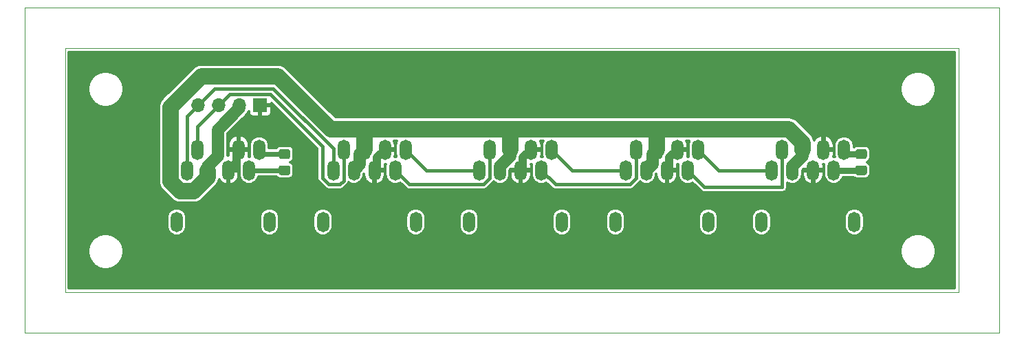
<source format=gbr>
%TF.GenerationSoftware,KiCad,Pcbnew,5.1.10*%
%TF.CreationDate,2022-04-01T14:43:38+02:00*%
%TF.ProjectId,coupleur-5p,636f7570-6c65-4757-922d-35702e6b6963,rev?*%
%TF.SameCoordinates,Original*%
%TF.FileFunction,Copper,L2,Bot*%
%TF.FilePolarity,Positive*%
%FSLAX46Y46*%
G04 Gerber Fmt 4.6, Leading zero omitted, Abs format (unit mm)*
G04 Created by KiCad (PCBNEW 5.1.10) date 2022-04-01 14:43:38*
%MOMM*%
%LPD*%
G01*
G04 APERTURE LIST*
%TA.AperFunction,Profile*%
%ADD10C,0.050000*%
%TD*%
%TA.AperFunction,ComponentPad*%
%ADD11O,1.700000X1.700000*%
%TD*%
%TA.AperFunction,ComponentPad*%
%ADD12R,1.700000X1.700000*%
%TD*%
%TA.AperFunction,ComponentPad*%
%ADD13O,1.500000X2.500000*%
%TD*%
%TA.AperFunction,Conductor*%
%ADD14C,0.600000*%
%TD*%
%TA.AperFunction,Conductor*%
%ADD15C,1.000000*%
%TD*%
%TA.AperFunction,Conductor*%
%ADD16C,2.000000*%
%TD*%
%TA.AperFunction,Conductor*%
%ADD17C,1.500000*%
%TD*%
%TA.AperFunction,Conductor*%
%ADD18C,0.400000*%
%TD*%
%TA.AperFunction,Conductor*%
%ADD19C,0.800000*%
%TD*%
%TA.AperFunction,Conductor*%
%ADD20C,0.300000*%
%TD*%
%TA.AperFunction,Conductor*%
%ADD21C,0.100000*%
%TD*%
G04 APERTURE END LIST*
D10*
X85000000Y-65000000D02*
X205000000Y-65000000D01*
X85000000Y-105000000D02*
X85000000Y-65000000D01*
X205000000Y-105000000D02*
X85000000Y-105000000D01*
X205000000Y-65000000D02*
X205000000Y-105000000D01*
X200000000Y-70000000D02*
X200000000Y-100000000D01*
X90000000Y-70000000D02*
X200000000Y-70000000D01*
X90000000Y-100000000D02*
X90000000Y-70000000D01*
X200000000Y-100000000D02*
X90000000Y-100000000D01*
D11*
%TO.P,J2,4*%
%TO.N,/CANH*%
X106380000Y-77000000D03*
%TO.P,J2,3*%
%TO.N,/CANL*%
X108920000Y-77000000D03*
%TO.P,J2,2*%
%TO.N,/+12V*%
X111460000Y-77000000D03*
D12*
%TO.P,J2,1*%
%TO.N,/GND*%
X114000000Y-77000000D03*
%TD*%
%TO.P,R2,2*%
%TO.N,Net-(J6-Pad7)*%
%TA.AperFunction,SMDPad,CuDef*%
G36*
G01*
X187549999Y-84400000D02*
X188450001Y-84400000D01*
G75*
G02*
X188700000Y-84649999I0J-249999D01*
G01*
X188700000Y-85350001D01*
G75*
G02*
X188450001Y-85600000I-249999J0D01*
G01*
X187549999Y-85600000D01*
G75*
G02*
X187300000Y-85350001I0J249999D01*
G01*
X187300000Y-84649999D01*
G75*
G02*
X187549999Y-84400000I249999J0D01*
G01*
G37*
%TD.AperFunction*%
%TO.P,R2,1*%
%TO.N,Net-(J6-Pad8)*%
%TA.AperFunction,SMDPad,CuDef*%
G36*
G01*
X187549999Y-82400000D02*
X188450001Y-82400000D01*
G75*
G02*
X188700000Y-82649999I0J-249999D01*
G01*
X188700000Y-83350001D01*
G75*
G02*
X188450001Y-83600000I-249999J0D01*
G01*
X187549999Y-83600000D01*
G75*
G02*
X187300000Y-83350001I0J249999D01*
G01*
X187300000Y-82649999D01*
G75*
G02*
X187549999Y-82400000I249999J0D01*
G01*
G37*
%TD.AperFunction*%
%TD*%
%TO.P,R1,2*%
%TO.N,Net-(J1-Pad7)*%
%TA.AperFunction,SMDPad,CuDef*%
G36*
G01*
X116549999Y-84400000D02*
X117450001Y-84400000D01*
G75*
G02*
X117700000Y-84649999I0J-249999D01*
G01*
X117700000Y-85350001D01*
G75*
G02*
X117450001Y-85600000I-249999J0D01*
G01*
X116549999Y-85600000D01*
G75*
G02*
X116300000Y-85350001I0J249999D01*
G01*
X116300000Y-84649999D01*
G75*
G02*
X116549999Y-84400000I249999J0D01*
G01*
G37*
%TD.AperFunction*%
%TO.P,R1,1*%
%TO.N,Net-(J1-Pad8)*%
%TA.AperFunction,SMDPad,CuDef*%
G36*
G01*
X116549999Y-82400000D02*
X117450001Y-82400000D01*
G75*
G02*
X117700000Y-82649999I0J-249999D01*
G01*
X117700000Y-83350001D01*
G75*
G02*
X117450001Y-83600000I-249999J0D01*
G01*
X116549999Y-83600000D01*
G75*
G02*
X116300000Y-83350001I0J249999D01*
G01*
X116300000Y-82649999D01*
G75*
G02*
X116549999Y-82400000I249999J0D01*
G01*
G37*
%TD.AperFunction*%
%TD*%
D13*
%TO.P,J6,8*%
%TO.N,Net-(J6-Pad8)*%
X185890000Y-82460000D03*
%TO.P,J6,7*%
%TO.N,Net-(J6-Pad7)*%
X184620000Y-85000000D03*
%TO.P,J6,6*%
%TO.N,/GND*%
X183350000Y-82460000D03*
%TO.P,J6,5*%
X182080000Y-85000000D03*
%TO.P,J6,4*%
%TO.N,/+12V*%
X180810000Y-82460000D03*
%TO.P,J6,3*%
X179540000Y-85000000D03*
%TO.P,J6,2*%
%TO.N,Net-(J5-Pad7)*%
X178270000Y-82460000D03*
%TO.P,J6,1*%
%TO.N,Net-(J5-Pad8)*%
X177000000Y-85000000D03*
%TO.P,J6,*%
%TO.N,*%
X175730000Y-91350000D03*
X187160000Y-91350000D03*
%TD*%
%TO.P,J3,8*%
%TO.N,Net-(J3-Pad8)*%
X131890000Y-82460000D03*
%TO.P,J3,7*%
%TO.N,Net-(J3-Pad7)*%
X130620000Y-85000000D03*
%TO.P,J3,6*%
%TO.N,/GND*%
X129350000Y-82460000D03*
%TO.P,J3,5*%
X128080000Y-85000000D03*
%TO.P,J3,4*%
%TO.N,/+12V*%
X126810000Y-82460000D03*
%TO.P,J3,3*%
X125540000Y-85000000D03*
%TO.P,J3,2*%
%TO.N,/CANL*%
X124270000Y-82460000D03*
%TO.P,J3,1*%
%TO.N,/CANH*%
X123000000Y-85000000D03*
%TO.P,J3,*%
%TO.N,*%
X121730000Y-91350000D03*
X133160000Y-91350000D03*
%TD*%
%TO.P,J5,8*%
%TO.N,Net-(J5-Pad8)*%
X167890000Y-82460000D03*
%TO.P,J5,7*%
%TO.N,Net-(J5-Pad7)*%
X166620000Y-85000000D03*
%TO.P,J5,6*%
%TO.N,/GND*%
X165350000Y-82460000D03*
%TO.P,J5,5*%
X164080000Y-85000000D03*
%TO.P,J5,4*%
%TO.N,/+12V*%
X162810000Y-82460000D03*
%TO.P,J5,3*%
X161540000Y-85000000D03*
%TO.P,J5,2*%
%TO.N,Net-(J4-Pad7)*%
X160270000Y-82460000D03*
%TO.P,J5,1*%
%TO.N,Net-(J4-Pad8)*%
X159000000Y-85000000D03*
%TO.P,J5,*%
%TO.N,*%
X157730000Y-91350000D03*
X169160000Y-91350000D03*
%TD*%
%TO.P,J4,8*%
%TO.N,Net-(J4-Pad8)*%
X149890000Y-82460000D03*
%TO.P,J4,7*%
%TO.N,Net-(J4-Pad7)*%
X148620000Y-85000000D03*
%TO.P,J4,6*%
%TO.N,/GND*%
X147350000Y-82460000D03*
%TO.P,J4,5*%
X146080000Y-85000000D03*
%TO.P,J4,4*%
%TO.N,/+12V*%
X144810000Y-82460000D03*
%TO.P,J4,3*%
X143540000Y-85000000D03*
%TO.P,J4,2*%
%TO.N,Net-(J3-Pad7)*%
X142270000Y-82460000D03*
%TO.P,J4,1*%
%TO.N,Net-(J3-Pad8)*%
X141000000Y-85000000D03*
%TO.P,J4,*%
%TO.N,*%
X139730000Y-91350000D03*
X151160000Y-91350000D03*
%TD*%
%TO.P,J1,8*%
%TO.N,Net-(J1-Pad8)*%
X113890000Y-82460000D03*
%TO.P,J1,7*%
%TO.N,Net-(J1-Pad7)*%
X112620000Y-85000000D03*
%TO.P,J1,6*%
%TO.N,/GND*%
X111350000Y-82460000D03*
%TO.P,J1,5*%
X110080000Y-85000000D03*
%TO.P,J1,4*%
%TO.N,/+12V*%
X108810000Y-82460000D03*
%TO.P,J1,3*%
X107540000Y-85000000D03*
%TO.P,J1,2*%
%TO.N,/CANL*%
X106270000Y-82460000D03*
%TO.P,J1,1*%
%TO.N,/CANH*%
X105000000Y-85000000D03*
%TO.P,J1,*%
%TO.N,*%
X103730000Y-91350000D03*
X115160000Y-91350000D03*
%TD*%
D14*
%TO.N,Net-(J1-Pad8)*%
X114430000Y-83000000D02*
X113890000Y-82460000D01*
X117000000Y-83000000D02*
X114430000Y-83000000D01*
%TO.N,Net-(J1-Pad7)*%
X117000000Y-85000000D02*
X112620000Y-85000000D01*
D15*
%TO.N,/GND*%
X164360010Y-83449990D02*
X165350000Y-82460000D01*
X164360010Y-84719990D02*
X164360010Y-83449990D01*
X164080000Y-85000000D02*
X164360010Y-84719990D01*
X146360010Y-83449990D02*
X147350000Y-82460000D01*
X146360010Y-84719990D02*
X146360010Y-83449990D01*
X146080000Y-85000000D02*
X146360010Y-84719990D01*
X128360010Y-83449990D02*
X129350000Y-82460000D01*
X128360010Y-84719990D02*
X128360010Y-83449990D01*
X128080000Y-85000000D02*
X128360010Y-84719990D01*
X111350000Y-82460000D02*
X111069990Y-82740010D01*
X111069990Y-82740010D02*
X111069990Y-84010010D01*
X111069990Y-84010010D02*
X110080000Y-85000000D01*
%TO.N,/+12V*%
X162810000Y-82307955D02*
X162810000Y-82460000D01*
D16*
X180810000Y-81600849D02*
X179119141Y-79909990D01*
X180810000Y-82460000D02*
X180810000Y-81600849D01*
X144810000Y-80040000D02*
X144679990Y-79909990D01*
X144810000Y-82460000D02*
X144810000Y-80040000D01*
X144679990Y-79909990D02*
X128500859Y-79909990D01*
X162810000Y-80268000D02*
X163168010Y-79909990D01*
X162810000Y-82460000D02*
X162810000Y-80268000D01*
X179119141Y-79909990D02*
X163168010Y-79909990D01*
X163168010Y-79909990D02*
X144679990Y-79909990D01*
D17*
X179540000Y-84494402D02*
X179540000Y-85000000D01*
X180810000Y-83224402D02*
X179540000Y-84494402D01*
X180810000Y-82460000D02*
X180810000Y-83224402D01*
X143540000Y-84494402D02*
X143540000Y-85000000D01*
X144810000Y-83224402D02*
X143540000Y-84494402D01*
X144810000Y-82460000D02*
X144810000Y-83224402D01*
X162279990Y-84260010D02*
X161540000Y-85000000D01*
X162279990Y-82990010D02*
X162279990Y-84260010D01*
X162810000Y-82460000D02*
X162279990Y-82990010D01*
X126279990Y-84260010D02*
X125540000Y-85000000D01*
X126279990Y-82990010D02*
X126279990Y-84260010D01*
X126810000Y-82460000D02*
X126279990Y-82990010D01*
D16*
X122671324Y-79909990D02*
X116211313Y-73449979D01*
X107540000Y-85859151D02*
X107540000Y-85000000D01*
X105849141Y-87550010D02*
X107540000Y-85859151D01*
X104150859Y-87550010D02*
X105849141Y-87550010D01*
X102949990Y-86349141D02*
X104150859Y-87550010D01*
X102949990Y-77248008D02*
X102949990Y-86349141D01*
X106748019Y-73449979D02*
X102949990Y-77248008D01*
X116211313Y-73449979D02*
X106748019Y-73449979D01*
D17*
X107540000Y-84494402D02*
X107540000Y-85000000D01*
X108810000Y-83224402D02*
X107540000Y-84494402D01*
X108810000Y-82460000D02*
X108810000Y-83224402D01*
X108810000Y-79997956D02*
X108810000Y-82460000D01*
X111460000Y-77347956D02*
X108810000Y-79997956D01*
X111460000Y-77000000D02*
X111460000Y-77347956D01*
D16*
X126090010Y-79909990D02*
X122671324Y-79909990D01*
X128500859Y-79909990D02*
X126645990Y-79909990D01*
X126810000Y-80074000D02*
X126645990Y-79909990D01*
X126810000Y-82460000D02*
X126810000Y-80074000D01*
X126645990Y-79909990D02*
X126090010Y-79909990D01*
D18*
%TO.N,Net-(J3-Pad8)*%
X134430000Y-85000000D02*
X131890000Y-82460000D01*
X141000000Y-85000000D02*
X134430000Y-85000000D01*
%TO.N,Net-(J3-Pad7)*%
X132370010Y-86750010D02*
X130620000Y-85000000D01*
X141517771Y-86750010D02*
X132370010Y-86750010D01*
X142270000Y-85997781D02*
X141517771Y-86750010D01*
X142270000Y-82460000D02*
X142270000Y-85997781D01*
%TO.N,Net-(J5-Pad8)*%
X170430000Y-85000000D02*
X167890000Y-82460000D01*
X177000000Y-85000000D02*
X170430000Y-85000000D01*
%TO.N,Net-(J5-Pad7)*%
X178270000Y-82460000D02*
X178270000Y-87084000D01*
X168704000Y-87084000D02*
X166620000Y-85000000D01*
X178270000Y-87084000D02*
X168704000Y-87084000D01*
%TO.N,/CANL*%
X106270000Y-79650000D02*
X108920000Y-77000000D01*
X106270000Y-82460000D02*
X106270000Y-79650000D01*
X110270001Y-75649999D02*
X108920000Y-77000000D01*
X115250001Y-75649999D02*
X110270001Y-75649999D01*
X124270000Y-86296000D02*
X123815990Y-86750010D01*
X124270000Y-82460000D02*
X124270000Y-86296000D01*
X123815990Y-86750010D02*
X122482229Y-86750010D01*
X122482229Y-86750010D02*
X121666000Y-85933781D01*
X121666000Y-85933781D02*
X121666000Y-82065998D01*
X121666000Y-82065998D02*
X115250001Y-75649999D01*
%TO.N,/CANH*%
X105000000Y-78380000D02*
X105000000Y-85000000D01*
X106380000Y-77000000D02*
X105000000Y-78380000D01*
X123000000Y-82360000D02*
X123000000Y-85000000D01*
X115589989Y-74949989D02*
X123000000Y-82360000D01*
X108430011Y-74949989D02*
X115589989Y-74949989D01*
X106380000Y-77000000D02*
X108430011Y-74949989D01*
%TO.N,Net-(J4-Pad8)*%
X152430000Y-85000000D02*
X149890000Y-82460000D01*
X159000000Y-85000000D02*
X152430000Y-85000000D01*
%TO.N,Net-(J4-Pad7)*%
X160270000Y-82460000D02*
X160270000Y-85997781D01*
X150370010Y-86750010D02*
X148620000Y-85000000D01*
X159517771Y-86750010D02*
X150370010Y-86750010D01*
X160270000Y-85997781D02*
X159517771Y-86750010D01*
D19*
%TO.N,Net-(J6-Pad8)*%
X186430000Y-83000000D02*
X185890000Y-82460000D01*
X188000000Y-83000000D02*
X186430000Y-83000000D01*
%TO.N,Net-(J6-Pad7)*%
X188000000Y-85000000D02*
X184620000Y-85000000D01*
%TD*%
D20*
%TO.N,/GND*%
X199525001Y-99525000D02*
X90475000Y-99525000D01*
X90475000Y-94783319D01*
X92800000Y-94783319D01*
X92800000Y-95216681D01*
X92884545Y-95641716D01*
X93050385Y-96042091D01*
X93291148Y-96402418D01*
X93597582Y-96708852D01*
X93957909Y-96949615D01*
X94358284Y-97115455D01*
X94783319Y-97200000D01*
X95216681Y-97200000D01*
X95641716Y-97115455D01*
X96042091Y-96949615D01*
X96402418Y-96708852D01*
X96708852Y-96402418D01*
X96949615Y-96042091D01*
X97115455Y-95641716D01*
X97200000Y-95216681D01*
X97200000Y-94783319D01*
X192800000Y-94783319D01*
X192800000Y-95216681D01*
X192884545Y-95641716D01*
X193050385Y-96042091D01*
X193291148Y-96402418D01*
X193597582Y-96708852D01*
X193957909Y-96949615D01*
X194358284Y-97115455D01*
X194783319Y-97200000D01*
X195216681Y-97200000D01*
X195641716Y-97115455D01*
X196042091Y-96949615D01*
X196402418Y-96708852D01*
X196708852Y-96402418D01*
X196949615Y-96042091D01*
X197115455Y-95641716D01*
X197200000Y-95216681D01*
X197200000Y-94783319D01*
X197115455Y-94358284D01*
X196949615Y-93957909D01*
X196708852Y-93597582D01*
X196402418Y-93291148D01*
X196042091Y-93050385D01*
X195641716Y-92884545D01*
X195216681Y-92800000D01*
X194783319Y-92800000D01*
X194358284Y-92884545D01*
X193957909Y-93050385D01*
X193597582Y-93291148D01*
X193291148Y-93597582D01*
X193050385Y-93957909D01*
X192884545Y-94358284D01*
X192800000Y-94783319D01*
X97200000Y-94783319D01*
X97115455Y-94358284D01*
X96949615Y-93957909D01*
X96708852Y-93597582D01*
X96402418Y-93291148D01*
X96042091Y-93050385D01*
X95641716Y-92884545D01*
X95216681Y-92800000D01*
X94783319Y-92800000D01*
X94358284Y-92884545D01*
X93957909Y-93050385D01*
X93597582Y-93291148D01*
X93291148Y-93597582D01*
X93050385Y-93957909D01*
X92884545Y-94358284D01*
X92800000Y-94783319D01*
X90475000Y-94783319D01*
X90475000Y-90791051D01*
X102530000Y-90791051D01*
X102530000Y-91908950D01*
X102547363Y-92085241D01*
X102615981Y-92311442D01*
X102727410Y-92519910D01*
X102877367Y-92702634D01*
X103060091Y-92852591D01*
X103268559Y-92964019D01*
X103494760Y-93032637D01*
X103730000Y-93055806D01*
X103965241Y-93032637D01*
X104191442Y-92964019D01*
X104399910Y-92852591D01*
X104582634Y-92702634D01*
X104732591Y-92519910D01*
X104844019Y-92311442D01*
X104912637Y-92085241D01*
X104930000Y-91908950D01*
X104930000Y-90791051D01*
X113960000Y-90791051D01*
X113960000Y-91908950D01*
X113977363Y-92085241D01*
X114045981Y-92311442D01*
X114157410Y-92519910D01*
X114307367Y-92702634D01*
X114490091Y-92852591D01*
X114698559Y-92964019D01*
X114924760Y-93032637D01*
X115160000Y-93055806D01*
X115395241Y-93032637D01*
X115621442Y-92964019D01*
X115829910Y-92852591D01*
X116012634Y-92702634D01*
X116162591Y-92519910D01*
X116274019Y-92311442D01*
X116342637Y-92085241D01*
X116360000Y-91908950D01*
X116360000Y-90791051D01*
X120530000Y-90791051D01*
X120530000Y-91908950D01*
X120547363Y-92085241D01*
X120615981Y-92311442D01*
X120727410Y-92519910D01*
X120877367Y-92702634D01*
X121060091Y-92852591D01*
X121268559Y-92964019D01*
X121494760Y-93032637D01*
X121730000Y-93055806D01*
X121965241Y-93032637D01*
X122191442Y-92964019D01*
X122399910Y-92852591D01*
X122582634Y-92702634D01*
X122732591Y-92519910D01*
X122844019Y-92311442D01*
X122912637Y-92085241D01*
X122930000Y-91908950D01*
X122930000Y-90791051D01*
X131960000Y-90791051D01*
X131960000Y-91908950D01*
X131977363Y-92085241D01*
X132045981Y-92311442D01*
X132157410Y-92519910D01*
X132307367Y-92702634D01*
X132490091Y-92852591D01*
X132698559Y-92964019D01*
X132924760Y-93032637D01*
X133160000Y-93055806D01*
X133395241Y-93032637D01*
X133621442Y-92964019D01*
X133829910Y-92852591D01*
X134012634Y-92702634D01*
X134162591Y-92519910D01*
X134274019Y-92311442D01*
X134342637Y-92085241D01*
X134360000Y-91908950D01*
X134360000Y-90791051D01*
X138530000Y-90791051D01*
X138530000Y-91908950D01*
X138547363Y-92085241D01*
X138615981Y-92311442D01*
X138727410Y-92519910D01*
X138877367Y-92702634D01*
X139060091Y-92852591D01*
X139268559Y-92964019D01*
X139494760Y-93032637D01*
X139730000Y-93055806D01*
X139965241Y-93032637D01*
X140191442Y-92964019D01*
X140399910Y-92852591D01*
X140582634Y-92702634D01*
X140732591Y-92519910D01*
X140844019Y-92311442D01*
X140912637Y-92085241D01*
X140930000Y-91908950D01*
X140930000Y-90791051D01*
X149960000Y-90791051D01*
X149960000Y-91908950D01*
X149977363Y-92085241D01*
X150045981Y-92311442D01*
X150157410Y-92519910D01*
X150307367Y-92702634D01*
X150490091Y-92852591D01*
X150698559Y-92964019D01*
X150924760Y-93032637D01*
X151160000Y-93055806D01*
X151395241Y-93032637D01*
X151621442Y-92964019D01*
X151829910Y-92852591D01*
X152012634Y-92702634D01*
X152162591Y-92519910D01*
X152274019Y-92311442D01*
X152342637Y-92085241D01*
X152360000Y-91908950D01*
X152360000Y-90791051D01*
X156530000Y-90791051D01*
X156530000Y-91908950D01*
X156547363Y-92085241D01*
X156615981Y-92311442D01*
X156727410Y-92519910D01*
X156877367Y-92702634D01*
X157060091Y-92852591D01*
X157268559Y-92964019D01*
X157494760Y-93032637D01*
X157730000Y-93055806D01*
X157965241Y-93032637D01*
X158191442Y-92964019D01*
X158399910Y-92852591D01*
X158582634Y-92702634D01*
X158732591Y-92519910D01*
X158844019Y-92311442D01*
X158912637Y-92085241D01*
X158930000Y-91908950D01*
X158930000Y-90791051D01*
X167960000Y-90791051D01*
X167960000Y-91908950D01*
X167977363Y-92085241D01*
X168045981Y-92311442D01*
X168157410Y-92519910D01*
X168307367Y-92702634D01*
X168490091Y-92852591D01*
X168698559Y-92964019D01*
X168924760Y-93032637D01*
X169160000Y-93055806D01*
X169395241Y-93032637D01*
X169621442Y-92964019D01*
X169829910Y-92852591D01*
X170012634Y-92702634D01*
X170162591Y-92519910D01*
X170274019Y-92311442D01*
X170342637Y-92085241D01*
X170360000Y-91908950D01*
X170360000Y-90791051D01*
X174530000Y-90791051D01*
X174530000Y-91908950D01*
X174547363Y-92085241D01*
X174615981Y-92311442D01*
X174727410Y-92519910D01*
X174877367Y-92702634D01*
X175060091Y-92852591D01*
X175268559Y-92964019D01*
X175494760Y-93032637D01*
X175730000Y-93055806D01*
X175965241Y-93032637D01*
X176191442Y-92964019D01*
X176399910Y-92852591D01*
X176582634Y-92702634D01*
X176732591Y-92519910D01*
X176844019Y-92311442D01*
X176912637Y-92085241D01*
X176930000Y-91908950D01*
X176930000Y-90791051D01*
X185960000Y-90791051D01*
X185960000Y-91908950D01*
X185977363Y-92085241D01*
X186045981Y-92311442D01*
X186157410Y-92519910D01*
X186307367Y-92702634D01*
X186490091Y-92852591D01*
X186698559Y-92964019D01*
X186924760Y-93032637D01*
X187160000Y-93055806D01*
X187395241Y-93032637D01*
X187621442Y-92964019D01*
X187829910Y-92852591D01*
X188012634Y-92702634D01*
X188162591Y-92519910D01*
X188274019Y-92311442D01*
X188342637Y-92085241D01*
X188360000Y-91908950D01*
X188360000Y-90791050D01*
X188342637Y-90614759D01*
X188274019Y-90388558D01*
X188162591Y-90180090D01*
X188012634Y-89997366D01*
X187829909Y-89847409D01*
X187621441Y-89735981D01*
X187395240Y-89667363D01*
X187160000Y-89644194D01*
X186924759Y-89667363D01*
X186698558Y-89735981D01*
X186490090Y-89847409D01*
X186307366Y-89997366D01*
X186157409Y-90180091D01*
X186045981Y-90388559D01*
X185977363Y-90614760D01*
X185960000Y-90791051D01*
X176930000Y-90791051D01*
X176930000Y-90791050D01*
X176912637Y-90614759D01*
X176844019Y-90388558D01*
X176732591Y-90180090D01*
X176582634Y-89997366D01*
X176399909Y-89847409D01*
X176191441Y-89735981D01*
X175965240Y-89667363D01*
X175730000Y-89644194D01*
X175494759Y-89667363D01*
X175268558Y-89735981D01*
X175060090Y-89847409D01*
X174877366Y-89997366D01*
X174727409Y-90180091D01*
X174615981Y-90388559D01*
X174547363Y-90614760D01*
X174530000Y-90791051D01*
X170360000Y-90791051D01*
X170360000Y-90791050D01*
X170342637Y-90614759D01*
X170274019Y-90388558D01*
X170162591Y-90180090D01*
X170012634Y-89997366D01*
X169829909Y-89847409D01*
X169621441Y-89735981D01*
X169395240Y-89667363D01*
X169160000Y-89644194D01*
X168924759Y-89667363D01*
X168698558Y-89735981D01*
X168490090Y-89847409D01*
X168307366Y-89997366D01*
X168157409Y-90180091D01*
X168045981Y-90388559D01*
X167977363Y-90614760D01*
X167960000Y-90791051D01*
X158930000Y-90791051D01*
X158930000Y-90791050D01*
X158912637Y-90614759D01*
X158844019Y-90388558D01*
X158732591Y-90180090D01*
X158582634Y-89997366D01*
X158399909Y-89847409D01*
X158191441Y-89735981D01*
X157965240Y-89667363D01*
X157730000Y-89644194D01*
X157494759Y-89667363D01*
X157268558Y-89735981D01*
X157060090Y-89847409D01*
X156877366Y-89997366D01*
X156727409Y-90180091D01*
X156615981Y-90388559D01*
X156547363Y-90614760D01*
X156530000Y-90791051D01*
X152360000Y-90791051D01*
X152360000Y-90791050D01*
X152342637Y-90614759D01*
X152274019Y-90388558D01*
X152162591Y-90180090D01*
X152012634Y-89997366D01*
X151829909Y-89847409D01*
X151621441Y-89735981D01*
X151395240Y-89667363D01*
X151160000Y-89644194D01*
X150924759Y-89667363D01*
X150698558Y-89735981D01*
X150490090Y-89847409D01*
X150307366Y-89997366D01*
X150157409Y-90180091D01*
X150045981Y-90388559D01*
X149977363Y-90614760D01*
X149960000Y-90791051D01*
X140930000Y-90791051D01*
X140930000Y-90791050D01*
X140912637Y-90614759D01*
X140844019Y-90388558D01*
X140732591Y-90180090D01*
X140582634Y-89997366D01*
X140399909Y-89847409D01*
X140191441Y-89735981D01*
X139965240Y-89667363D01*
X139730000Y-89644194D01*
X139494759Y-89667363D01*
X139268558Y-89735981D01*
X139060090Y-89847409D01*
X138877366Y-89997366D01*
X138727409Y-90180091D01*
X138615981Y-90388559D01*
X138547363Y-90614760D01*
X138530000Y-90791051D01*
X134360000Y-90791051D01*
X134360000Y-90791050D01*
X134342637Y-90614759D01*
X134274019Y-90388558D01*
X134162591Y-90180090D01*
X134012634Y-89997366D01*
X133829909Y-89847409D01*
X133621441Y-89735981D01*
X133395240Y-89667363D01*
X133160000Y-89644194D01*
X132924759Y-89667363D01*
X132698558Y-89735981D01*
X132490090Y-89847409D01*
X132307366Y-89997366D01*
X132157409Y-90180091D01*
X132045981Y-90388559D01*
X131977363Y-90614760D01*
X131960000Y-90791051D01*
X122930000Y-90791051D01*
X122930000Y-90791050D01*
X122912637Y-90614759D01*
X122844019Y-90388558D01*
X122732591Y-90180090D01*
X122582634Y-89997366D01*
X122399909Y-89847409D01*
X122191441Y-89735981D01*
X121965240Y-89667363D01*
X121730000Y-89644194D01*
X121494759Y-89667363D01*
X121268558Y-89735981D01*
X121060090Y-89847409D01*
X120877366Y-89997366D01*
X120727409Y-90180091D01*
X120615981Y-90388559D01*
X120547363Y-90614760D01*
X120530000Y-90791051D01*
X116360000Y-90791051D01*
X116360000Y-90791050D01*
X116342637Y-90614759D01*
X116274019Y-90388558D01*
X116162591Y-90180090D01*
X116012634Y-89997366D01*
X115829909Y-89847409D01*
X115621441Y-89735981D01*
X115395240Y-89667363D01*
X115160000Y-89644194D01*
X114924759Y-89667363D01*
X114698558Y-89735981D01*
X114490090Y-89847409D01*
X114307366Y-89997366D01*
X114157409Y-90180091D01*
X114045981Y-90388559D01*
X113977363Y-90614760D01*
X113960000Y-90791051D01*
X104930000Y-90791051D01*
X104930000Y-90791050D01*
X104912637Y-90614759D01*
X104844019Y-90388558D01*
X104732591Y-90180090D01*
X104582634Y-89997366D01*
X104399909Y-89847409D01*
X104191441Y-89735981D01*
X103965240Y-89667363D01*
X103730000Y-89644194D01*
X103494759Y-89667363D01*
X103268558Y-89735981D01*
X103060090Y-89847409D01*
X102877366Y-89997366D01*
X102727409Y-90180091D01*
X102615981Y-90388559D01*
X102547363Y-90614760D01*
X102530000Y-90791051D01*
X90475000Y-90791051D01*
X90475000Y-77248008D01*
X101492976Y-77248008D01*
X101499990Y-77319223D01*
X101499991Y-86277916D01*
X101492976Y-86349141D01*
X101499991Y-86420366D01*
X101520972Y-86633391D01*
X101528701Y-86658869D01*
X101603884Y-86906715D01*
X101738526Y-87158614D01*
X101874322Y-87324082D01*
X101874326Y-87324086D01*
X101919726Y-87379406D01*
X101975046Y-87424806D01*
X103075193Y-88524954D01*
X103120594Y-88580275D01*
X103175914Y-88625675D01*
X103175917Y-88625678D01*
X103294951Y-88723366D01*
X103341385Y-88761474D01*
X103593283Y-88896116D01*
X103866609Y-88979029D01*
X104079634Y-89000010D01*
X104079643Y-89000010D01*
X104150858Y-89007024D01*
X104222073Y-89000010D01*
X105777926Y-89000010D01*
X105849141Y-89007024D01*
X105920356Y-89000010D01*
X105920366Y-89000010D01*
X106133391Y-88979029D01*
X106406717Y-88896116D01*
X106658615Y-88761474D01*
X106879406Y-88580275D01*
X106924811Y-88524949D01*
X108514944Y-86934816D01*
X108570264Y-86889416D01*
X108615701Y-86834052D01*
X108751464Y-86668625D01*
X108795133Y-86586926D01*
X108886106Y-86416727D01*
X108963325Y-86162173D01*
X109054647Y-86305389D01*
X109231472Y-86489950D01*
X109440906Y-86636468D01*
X109674900Y-86739312D01*
X109778469Y-86764547D01*
X109980000Y-86658191D01*
X109980000Y-85100000D01*
X110180000Y-85100000D01*
X110180000Y-86658191D01*
X110381531Y-86764547D01*
X110485100Y-86739312D01*
X110719094Y-86636468D01*
X110928528Y-86489950D01*
X111105353Y-86305389D01*
X111242775Y-86089877D01*
X111335512Y-85851696D01*
X111380000Y-85600000D01*
X111380000Y-85100000D01*
X110180000Y-85100000D01*
X109980000Y-85100000D01*
X109960000Y-85100000D01*
X109960000Y-84900000D01*
X109980000Y-84900000D01*
X109980000Y-84880000D01*
X110180000Y-84880000D01*
X110180000Y-84900000D01*
X111380000Y-84900000D01*
X111380000Y-84400000D01*
X111355255Y-84260000D01*
X111438807Y-84260000D01*
X111437363Y-84264760D01*
X111420000Y-84441051D01*
X111420000Y-85558950D01*
X111437363Y-85735241D01*
X111505981Y-85961442D01*
X111617410Y-86169910D01*
X111767367Y-86352634D01*
X111950091Y-86502591D01*
X112158559Y-86614019D01*
X112384760Y-86682637D01*
X112620000Y-86705806D01*
X112855241Y-86682637D01*
X113081442Y-86614019D01*
X113289910Y-86502591D01*
X113472634Y-86352634D01*
X113622591Y-86169910D01*
X113734019Y-85961442D01*
X113798160Y-85750000D01*
X115974278Y-85750000D01*
X116053486Y-85846514D01*
X116159891Y-85933839D01*
X116281288Y-85998727D01*
X116413011Y-86038685D01*
X116549999Y-86052177D01*
X117450001Y-86052177D01*
X117586989Y-86038685D01*
X117718712Y-85998727D01*
X117840109Y-85933839D01*
X117946514Y-85846514D01*
X118033839Y-85740109D01*
X118098727Y-85618712D01*
X118138685Y-85486989D01*
X118152177Y-85350001D01*
X118152177Y-84649999D01*
X118138685Y-84513011D01*
X118098727Y-84381288D01*
X118033839Y-84259891D01*
X117946514Y-84153486D01*
X117840109Y-84066161D01*
X117718712Y-84001273D01*
X117714516Y-84000000D01*
X117718712Y-83998727D01*
X117840109Y-83933839D01*
X117946514Y-83846514D01*
X118033839Y-83740109D01*
X118098727Y-83618712D01*
X118138685Y-83486989D01*
X118152177Y-83350001D01*
X118152177Y-82649999D01*
X118138685Y-82513011D01*
X118098727Y-82381288D01*
X118033839Y-82259891D01*
X117946514Y-82153486D01*
X117840109Y-82066161D01*
X117718712Y-82001273D01*
X117586989Y-81961315D01*
X117450001Y-81947823D01*
X116549999Y-81947823D01*
X116413011Y-81961315D01*
X116281288Y-82001273D01*
X116159891Y-82066161D01*
X116053486Y-82153486D01*
X115974278Y-82250000D01*
X115090000Y-82250000D01*
X115090000Y-81901050D01*
X115072637Y-81724759D01*
X115004019Y-81498558D01*
X114892591Y-81290090D01*
X114742634Y-81107366D01*
X114559909Y-80957409D01*
X114351441Y-80845981D01*
X114125240Y-80777363D01*
X113890000Y-80754194D01*
X113654759Y-80777363D01*
X113428558Y-80845981D01*
X113220090Y-80957409D01*
X113037366Y-81107366D01*
X112887409Y-81290091D01*
X112775981Y-81498559D01*
X112707363Y-81724760D01*
X112690000Y-81901051D01*
X112690000Y-83018950D01*
X112707363Y-83195241D01*
X112740995Y-83306111D01*
X112620000Y-83294194D01*
X112608404Y-83295336D01*
X112650000Y-83060000D01*
X112650000Y-82560000D01*
X111450000Y-82560000D01*
X111450000Y-82580000D01*
X111250000Y-82580000D01*
X111250000Y-82560000D01*
X110050000Y-82560000D01*
X110050000Y-83060000D01*
X110074745Y-83200000D01*
X110013402Y-83200000D01*
X110010000Y-83165456D01*
X110010000Y-81860000D01*
X110050000Y-81860000D01*
X110050000Y-82360000D01*
X111250000Y-82360000D01*
X111250000Y-80801809D01*
X111450000Y-80801809D01*
X111450000Y-82360000D01*
X112650000Y-82360000D01*
X112650000Y-81860000D01*
X112605512Y-81608304D01*
X112512775Y-81370123D01*
X112375353Y-81154611D01*
X112198528Y-80970050D01*
X111989094Y-80823532D01*
X111755100Y-80720688D01*
X111651531Y-80695453D01*
X111450000Y-80801809D01*
X111250000Y-80801809D01*
X111048469Y-80695453D01*
X110944900Y-80720688D01*
X110710906Y-80823532D01*
X110501472Y-80970050D01*
X110324647Y-81154611D01*
X110187225Y-81370123D01*
X110094488Y-81608304D01*
X110050000Y-81860000D01*
X110010000Y-81860000D01*
X110010000Y-80495012D01*
X112266845Y-78238167D01*
X112312634Y-78200590D01*
X112350212Y-78154801D01*
X112462591Y-78017867D01*
X112574019Y-77809398D01*
X112597857Y-77730815D01*
X112597339Y-77850000D01*
X112607958Y-77957819D01*
X112639408Y-78061494D01*
X112690479Y-78157042D01*
X112759210Y-78240790D01*
X112842958Y-78309521D01*
X112938506Y-78360592D01*
X113042181Y-78392042D01*
X113150000Y-78402661D01*
X113762500Y-78400000D01*
X113900000Y-78262500D01*
X113900000Y-77100000D01*
X114100000Y-77100000D01*
X114100000Y-78262500D01*
X114237500Y-78400000D01*
X114850000Y-78402661D01*
X114957819Y-78392042D01*
X115061494Y-78360592D01*
X115157042Y-78309521D01*
X115240790Y-78240790D01*
X115309521Y-78157042D01*
X115360592Y-78061494D01*
X115392042Y-77957819D01*
X115402661Y-77850000D01*
X115400000Y-77237500D01*
X115262500Y-77100000D01*
X114100000Y-77100000D01*
X113900000Y-77100000D01*
X113880000Y-77100000D01*
X113880000Y-76900000D01*
X113900000Y-76900000D01*
X113900000Y-76880000D01*
X114100000Y-76880000D01*
X114100000Y-76900000D01*
X115262500Y-76900000D01*
X115400000Y-76762500D01*
X115400187Y-76719423D01*
X121016001Y-82335237D01*
X121016000Y-85901859D01*
X121012856Y-85933781D01*
X121016000Y-85965702D01*
X121016000Y-85965712D01*
X121025405Y-86061202D01*
X121041427Y-86114019D01*
X121062573Y-86183728D01*
X121122930Y-86296649D01*
X121166010Y-86349141D01*
X121204157Y-86395624D01*
X121228962Y-86415981D01*
X122000033Y-87187053D01*
X122020386Y-87211853D01*
X122045186Y-87232206D01*
X122045188Y-87232208D01*
X122086073Y-87265761D01*
X122119361Y-87293080D01*
X122232281Y-87353437D01*
X122354807Y-87390605D01*
X122450297Y-87400010D01*
X122450307Y-87400010D01*
X122482228Y-87403154D01*
X122514149Y-87400010D01*
X123784069Y-87400010D01*
X123815990Y-87403154D01*
X123847911Y-87400010D01*
X123847922Y-87400010D01*
X123943412Y-87390605D01*
X124065938Y-87353437D01*
X124178858Y-87293080D01*
X124277833Y-87211853D01*
X124298190Y-87187048D01*
X124707043Y-86778196D01*
X124731843Y-86757843D01*
X124813070Y-86658868D01*
X124873427Y-86545948D01*
X124884279Y-86510175D01*
X125078559Y-86614019D01*
X125304760Y-86682637D01*
X125540000Y-86705806D01*
X125775241Y-86682637D01*
X126001442Y-86614019D01*
X126209910Y-86502591D01*
X126392634Y-86352634D01*
X126542591Y-86169910D01*
X126654019Y-85961442D01*
X126722637Y-85735241D01*
X126740000Y-85558950D01*
X126740000Y-85497056D01*
X126780000Y-85457056D01*
X126780000Y-85600000D01*
X126824488Y-85851696D01*
X126917225Y-86089877D01*
X127054647Y-86305389D01*
X127231472Y-86489950D01*
X127440906Y-86636468D01*
X127674900Y-86739312D01*
X127778469Y-86764547D01*
X127980000Y-86658191D01*
X127980000Y-85100000D01*
X128180000Y-85100000D01*
X128180000Y-86658191D01*
X128381531Y-86764547D01*
X128485100Y-86739312D01*
X128719094Y-86636468D01*
X128928528Y-86489950D01*
X129105353Y-86305389D01*
X129242775Y-86089877D01*
X129335512Y-85851696D01*
X129380000Y-85600000D01*
X129380000Y-85100000D01*
X128180000Y-85100000D01*
X127980000Y-85100000D01*
X127960000Y-85100000D01*
X127960000Y-84900000D01*
X127980000Y-84900000D01*
X127980000Y-84880000D01*
X128180000Y-84880000D01*
X128180000Y-84900000D01*
X129380000Y-84900000D01*
X129380000Y-84400000D01*
X129355255Y-84260000D01*
X129438807Y-84260000D01*
X129437363Y-84264760D01*
X129420000Y-84441051D01*
X129420000Y-85558950D01*
X129437363Y-85735241D01*
X129505981Y-85961442D01*
X129617410Y-86169910D01*
X129767367Y-86352634D01*
X129950091Y-86502591D01*
X130158559Y-86614019D01*
X130384760Y-86682637D01*
X130620000Y-86705806D01*
X130855241Y-86682637D01*
X131081442Y-86614019D01*
X131233503Y-86532741D01*
X131887810Y-87187048D01*
X131908167Y-87211853D01*
X131932970Y-87232208D01*
X132007141Y-87293080D01*
X132120062Y-87353437D01*
X132242588Y-87390605D01*
X132338078Y-87400010D01*
X132338089Y-87400010D01*
X132370010Y-87403154D01*
X132401931Y-87400010D01*
X141485850Y-87400010D01*
X141517771Y-87403154D01*
X141549692Y-87400010D01*
X141549703Y-87400010D01*
X141645193Y-87390605D01*
X141767719Y-87353437D01*
X141880639Y-87293080D01*
X141979614Y-87211853D01*
X141999971Y-87187048D01*
X142707043Y-86479977D01*
X142731843Y-86459624D01*
X142752873Y-86434000D01*
X142766411Y-86417503D01*
X142870091Y-86502591D01*
X143078559Y-86614019D01*
X143304760Y-86682637D01*
X143540000Y-86705806D01*
X143775241Y-86682637D01*
X144001442Y-86614019D01*
X144209910Y-86502591D01*
X144392634Y-86352634D01*
X144542591Y-86169910D01*
X144654019Y-85961442D01*
X144722637Y-85735241D01*
X144740000Y-85558950D01*
X144740000Y-85100000D01*
X144780000Y-85100000D01*
X144780000Y-85600000D01*
X144824488Y-85851696D01*
X144917225Y-86089877D01*
X145054647Y-86305389D01*
X145231472Y-86489950D01*
X145440906Y-86636468D01*
X145674900Y-86739312D01*
X145778469Y-86764547D01*
X145980000Y-86658191D01*
X145980000Y-85100000D01*
X146180000Y-85100000D01*
X146180000Y-86658191D01*
X146381531Y-86764547D01*
X146485100Y-86739312D01*
X146719094Y-86636468D01*
X146928528Y-86489950D01*
X147105353Y-86305389D01*
X147242775Y-86089877D01*
X147335512Y-85851696D01*
X147380000Y-85600000D01*
X147380000Y-85100000D01*
X146180000Y-85100000D01*
X145980000Y-85100000D01*
X144780000Y-85100000D01*
X144740000Y-85100000D01*
X144740000Y-84991458D01*
X144831458Y-84900000D01*
X145980000Y-84900000D01*
X145980000Y-84880000D01*
X146180000Y-84880000D01*
X146180000Y-84900000D01*
X147380000Y-84900000D01*
X147380000Y-84400000D01*
X147355255Y-84260000D01*
X147438807Y-84260000D01*
X147437363Y-84264760D01*
X147420000Y-84441051D01*
X147420000Y-85558950D01*
X147437363Y-85735241D01*
X147505981Y-85961442D01*
X147617410Y-86169910D01*
X147767367Y-86352634D01*
X147950091Y-86502591D01*
X148158559Y-86614019D01*
X148384760Y-86682637D01*
X148620000Y-86705806D01*
X148855241Y-86682637D01*
X149081442Y-86614019D01*
X149233503Y-86532741D01*
X149887810Y-87187048D01*
X149908167Y-87211853D01*
X149932970Y-87232208D01*
X150007141Y-87293080D01*
X150120062Y-87353437D01*
X150242588Y-87390605D01*
X150338078Y-87400010D01*
X150338089Y-87400010D01*
X150370010Y-87403154D01*
X150401931Y-87400010D01*
X159485850Y-87400010D01*
X159517771Y-87403154D01*
X159549692Y-87400010D01*
X159549703Y-87400010D01*
X159645193Y-87390605D01*
X159767719Y-87353437D01*
X159880639Y-87293080D01*
X159979614Y-87211853D01*
X159999971Y-87187048D01*
X160707043Y-86479977D01*
X160731843Y-86459624D01*
X160752873Y-86434000D01*
X160766411Y-86417503D01*
X160870091Y-86502591D01*
X161078559Y-86614019D01*
X161304760Y-86682637D01*
X161540000Y-86705806D01*
X161775241Y-86682637D01*
X162001442Y-86614019D01*
X162209910Y-86502591D01*
X162392634Y-86352634D01*
X162542591Y-86169910D01*
X162654019Y-85961442D01*
X162722637Y-85735241D01*
X162740000Y-85558950D01*
X162740000Y-85497056D01*
X162780000Y-85457056D01*
X162780000Y-85600000D01*
X162824488Y-85851696D01*
X162917225Y-86089877D01*
X163054647Y-86305389D01*
X163231472Y-86489950D01*
X163440906Y-86636468D01*
X163674900Y-86739312D01*
X163778469Y-86764547D01*
X163980000Y-86658191D01*
X163980000Y-85100000D01*
X164180000Y-85100000D01*
X164180000Y-86658191D01*
X164381531Y-86764547D01*
X164485100Y-86739312D01*
X164719094Y-86636468D01*
X164928528Y-86489950D01*
X165105353Y-86305389D01*
X165242775Y-86089877D01*
X165335512Y-85851696D01*
X165380000Y-85600000D01*
X165380000Y-85100000D01*
X164180000Y-85100000D01*
X163980000Y-85100000D01*
X163960000Y-85100000D01*
X163960000Y-84900000D01*
X163980000Y-84900000D01*
X163980000Y-84880000D01*
X164180000Y-84880000D01*
X164180000Y-84900000D01*
X165380000Y-84900000D01*
X165380000Y-84400000D01*
X165355255Y-84260000D01*
X165438807Y-84260000D01*
X165437363Y-84264760D01*
X165420000Y-84441051D01*
X165420000Y-85558950D01*
X165437363Y-85735241D01*
X165505981Y-85961442D01*
X165617410Y-86169910D01*
X165767367Y-86352634D01*
X165950091Y-86502591D01*
X166158559Y-86614019D01*
X166384760Y-86682637D01*
X166620000Y-86705806D01*
X166855241Y-86682637D01*
X167081442Y-86614019D01*
X167233503Y-86532741D01*
X168221804Y-87521043D01*
X168242157Y-87545843D01*
X168266957Y-87566196D01*
X168266959Y-87566198D01*
X168319837Y-87609593D01*
X168341132Y-87627070D01*
X168454052Y-87687427D01*
X168576578Y-87724595D01*
X168672068Y-87734000D01*
X168672078Y-87734000D01*
X168703999Y-87737144D01*
X168735921Y-87734000D01*
X178238069Y-87734000D01*
X178270000Y-87737145D01*
X178397422Y-87724595D01*
X178519948Y-87687427D01*
X178632868Y-87627070D01*
X178731843Y-87545843D01*
X178813070Y-87446868D01*
X178873427Y-87333948D01*
X178910595Y-87211422D01*
X178920000Y-87115932D01*
X178923145Y-87084000D01*
X178920000Y-87052068D01*
X178920000Y-86529268D01*
X179078559Y-86614019D01*
X179304760Y-86682637D01*
X179540000Y-86705806D01*
X179775241Y-86682637D01*
X180001442Y-86614019D01*
X180209910Y-86502591D01*
X180392634Y-86352634D01*
X180542591Y-86169910D01*
X180654019Y-85961442D01*
X180722637Y-85735241D01*
X180740000Y-85558950D01*
X180740000Y-85100000D01*
X180780000Y-85100000D01*
X180780000Y-85600000D01*
X180824488Y-85851696D01*
X180917225Y-86089877D01*
X181054647Y-86305389D01*
X181231472Y-86489950D01*
X181440906Y-86636468D01*
X181674900Y-86739312D01*
X181778469Y-86764547D01*
X181980000Y-86658191D01*
X181980000Y-85100000D01*
X182180000Y-85100000D01*
X182180000Y-86658191D01*
X182381531Y-86764547D01*
X182485100Y-86739312D01*
X182719094Y-86636468D01*
X182928528Y-86489950D01*
X183105353Y-86305389D01*
X183242775Y-86089877D01*
X183335512Y-85851696D01*
X183380000Y-85600000D01*
X183380000Y-85100000D01*
X182180000Y-85100000D01*
X181980000Y-85100000D01*
X180780000Y-85100000D01*
X180740000Y-85100000D01*
X180740000Y-84991458D01*
X180831458Y-84900000D01*
X181980000Y-84900000D01*
X181980000Y-84880000D01*
X182180000Y-84880000D01*
X182180000Y-84900000D01*
X183380000Y-84900000D01*
X183380000Y-84400000D01*
X183355255Y-84260000D01*
X183438807Y-84260000D01*
X183437363Y-84264760D01*
X183420000Y-84441051D01*
X183420000Y-85558950D01*
X183437363Y-85735241D01*
X183505981Y-85961442D01*
X183617410Y-86169910D01*
X183767367Y-86352634D01*
X183950091Y-86502591D01*
X184158559Y-86614019D01*
X184384760Y-86682637D01*
X184620000Y-86705806D01*
X184855241Y-86682637D01*
X185081442Y-86614019D01*
X185289910Y-86502591D01*
X185472634Y-86352634D01*
X185622591Y-86169910D01*
X185734019Y-85961442D01*
X185767825Y-85850000D01*
X187057734Y-85850000D01*
X187159891Y-85933839D01*
X187281288Y-85998727D01*
X187413011Y-86038685D01*
X187549999Y-86052177D01*
X188450001Y-86052177D01*
X188586989Y-86038685D01*
X188718712Y-85998727D01*
X188840109Y-85933839D01*
X188946514Y-85846514D01*
X189033839Y-85740109D01*
X189098727Y-85618712D01*
X189138685Y-85486989D01*
X189152177Y-85350001D01*
X189152177Y-84649999D01*
X189138685Y-84513011D01*
X189098727Y-84381288D01*
X189033839Y-84259891D01*
X188946514Y-84153486D01*
X188840109Y-84066161D01*
X188718712Y-84001273D01*
X188714516Y-84000000D01*
X188718712Y-83998727D01*
X188840109Y-83933839D01*
X188946514Y-83846514D01*
X189033839Y-83740109D01*
X189098727Y-83618712D01*
X189138685Y-83486989D01*
X189152177Y-83350001D01*
X189152177Y-82649999D01*
X189138685Y-82513011D01*
X189098727Y-82381288D01*
X189033839Y-82259891D01*
X188946514Y-82153486D01*
X188840109Y-82066161D01*
X188718712Y-82001273D01*
X188586989Y-81961315D01*
X188450001Y-81947823D01*
X187549999Y-81947823D01*
X187413011Y-81961315D01*
X187281288Y-82001273D01*
X187159891Y-82066161D01*
X187090000Y-82123520D01*
X187090000Y-81901050D01*
X187072637Y-81724759D01*
X187004019Y-81498558D01*
X186892591Y-81290090D01*
X186742634Y-81107366D01*
X186559909Y-80957409D01*
X186351441Y-80845981D01*
X186125240Y-80777363D01*
X185890000Y-80754194D01*
X185654759Y-80777363D01*
X185428558Y-80845981D01*
X185220090Y-80957409D01*
X185037366Y-81107366D01*
X184887409Y-81290091D01*
X184775981Y-81498559D01*
X184707363Y-81724760D01*
X184690000Y-81901051D01*
X184690000Y-83018950D01*
X184707363Y-83195241D01*
X184740995Y-83306111D01*
X184620000Y-83294194D01*
X184608404Y-83295336D01*
X184650000Y-83060000D01*
X184650000Y-82560000D01*
X183450000Y-82560000D01*
X183450000Y-82580000D01*
X183250000Y-82580000D01*
X183250000Y-82560000D01*
X183230000Y-82560000D01*
X183230000Y-82360000D01*
X183250000Y-82360000D01*
X183250000Y-80801809D01*
X183450000Y-80801809D01*
X183450000Y-82360000D01*
X184650000Y-82360000D01*
X184650000Y-81860000D01*
X184605512Y-81608304D01*
X184512775Y-81370123D01*
X184375353Y-81154611D01*
X184198528Y-80970050D01*
X183989094Y-80823532D01*
X183755100Y-80720688D01*
X183651531Y-80695453D01*
X183450000Y-80801809D01*
X183250000Y-80801809D01*
X183048469Y-80695453D01*
X182944900Y-80720688D01*
X182710906Y-80823532D01*
X182501472Y-80970050D01*
X182324647Y-81154611D01*
X182233325Y-81297827D01*
X182156106Y-81043273D01*
X182021464Y-80791375D01*
X181840265Y-80570584D01*
X181784939Y-80525179D01*
X180194811Y-78935051D01*
X180149406Y-78879725D01*
X179928615Y-78698526D01*
X179676717Y-78563884D01*
X179403391Y-78480971D01*
X179190366Y-78459990D01*
X179190356Y-78459990D01*
X179119141Y-78452976D01*
X179047926Y-78459990D01*
X163239235Y-78459990D01*
X163168010Y-78452975D01*
X163096785Y-78459990D01*
X144751205Y-78459990D01*
X144679990Y-78452976D01*
X144608775Y-78459990D01*
X126717205Y-78459990D01*
X126645990Y-78452976D01*
X126574775Y-78459990D01*
X123271934Y-78459990D01*
X119595263Y-74783319D01*
X192800000Y-74783319D01*
X192800000Y-75216681D01*
X192884545Y-75641716D01*
X193050385Y-76042091D01*
X193291148Y-76402418D01*
X193597582Y-76708852D01*
X193957909Y-76949615D01*
X194358284Y-77115455D01*
X194783319Y-77200000D01*
X195216681Y-77200000D01*
X195641716Y-77115455D01*
X196042091Y-76949615D01*
X196402418Y-76708852D01*
X196708852Y-76402418D01*
X196949615Y-76042091D01*
X197115455Y-75641716D01*
X197200000Y-75216681D01*
X197200000Y-74783319D01*
X197115455Y-74358284D01*
X196949615Y-73957909D01*
X196708852Y-73597582D01*
X196402418Y-73291148D01*
X196042091Y-73050385D01*
X195641716Y-72884545D01*
X195216681Y-72800000D01*
X194783319Y-72800000D01*
X194358284Y-72884545D01*
X193957909Y-73050385D01*
X193597582Y-73291148D01*
X193291148Y-73597582D01*
X193050385Y-73957909D01*
X192884545Y-74358284D01*
X192800000Y-74783319D01*
X119595263Y-74783319D01*
X117286983Y-72475040D01*
X117241578Y-72419714D01*
X117020787Y-72238515D01*
X116768889Y-72103873D01*
X116495563Y-72020960D01*
X116282538Y-71999979D01*
X116282528Y-71999979D01*
X116211313Y-71992965D01*
X116140098Y-71999979D01*
X106819233Y-71999979D01*
X106748018Y-71992965D01*
X106676803Y-71999979D01*
X106676794Y-71999979D01*
X106463769Y-72020960D01*
X106190443Y-72103873D01*
X106064494Y-72171194D01*
X105938544Y-72238515D01*
X105773077Y-72374311D01*
X105773074Y-72374314D01*
X105717754Y-72419714D01*
X105672353Y-72475035D01*
X101975047Y-76172342D01*
X101919725Y-76217744D01*
X101874325Y-76273064D01*
X101874322Y-76273067D01*
X101738527Y-76438534D01*
X101738526Y-76438535D01*
X101603884Y-76690433D01*
X101520971Y-76963759D01*
X101499990Y-77176784D01*
X101499990Y-77176793D01*
X101492976Y-77248008D01*
X90475000Y-77248008D01*
X90475000Y-74783319D01*
X92800000Y-74783319D01*
X92800000Y-75216681D01*
X92884545Y-75641716D01*
X93050385Y-76042091D01*
X93291148Y-76402418D01*
X93597582Y-76708852D01*
X93957909Y-76949615D01*
X94358284Y-77115455D01*
X94783319Y-77200000D01*
X95216681Y-77200000D01*
X95641716Y-77115455D01*
X96042091Y-76949615D01*
X96402418Y-76708852D01*
X96708852Y-76402418D01*
X96949615Y-76042091D01*
X97115455Y-75641716D01*
X97200000Y-75216681D01*
X97200000Y-74783319D01*
X97115455Y-74358284D01*
X96949615Y-73957909D01*
X96708852Y-73597582D01*
X96402418Y-73291148D01*
X96042091Y-73050385D01*
X95641716Y-72884545D01*
X95216681Y-72800000D01*
X94783319Y-72800000D01*
X94358284Y-72884545D01*
X93957909Y-73050385D01*
X93597582Y-73291148D01*
X93291148Y-73597582D01*
X93050385Y-73957909D01*
X92884545Y-74358284D01*
X92800000Y-74783319D01*
X90475000Y-74783319D01*
X90475000Y-70475000D01*
X199525000Y-70475000D01*
X199525001Y-99525000D01*
%TA.AperFunction,Conductor*%
D21*
G36*
X199525001Y-99525000D02*
G01*
X90475000Y-99525000D01*
X90475000Y-94783319D01*
X92800000Y-94783319D01*
X92800000Y-95216681D01*
X92884545Y-95641716D01*
X93050385Y-96042091D01*
X93291148Y-96402418D01*
X93597582Y-96708852D01*
X93957909Y-96949615D01*
X94358284Y-97115455D01*
X94783319Y-97200000D01*
X95216681Y-97200000D01*
X95641716Y-97115455D01*
X96042091Y-96949615D01*
X96402418Y-96708852D01*
X96708852Y-96402418D01*
X96949615Y-96042091D01*
X97115455Y-95641716D01*
X97200000Y-95216681D01*
X97200000Y-94783319D01*
X192800000Y-94783319D01*
X192800000Y-95216681D01*
X192884545Y-95641716D01*
X193050385Y-96042091D01*
X193291148Y-96402418D01*
X193597582Y-96708852D01*
X193957909Y-96949615D01*
X194358284Y-97115455D01*
X194783319Y-97200000D01*
X195216681Y-97200000D01*
X195641716Y-97115455D01*
X196042091Y-96949615D01*
X196402418Y-96708852D01*
X196708852Y-96402418D01*
X196949615Y-96042091D01*
X197115455Y-95641716D01*
X197200000Y-95216681D01*
X197200000Y-94783319D01*
X197115455Y-94358284D01*
X196949615Y-93957909D01*
X196708852Y-93597582D01*
X196402418Y-93291148D01*
X196042091Y-93050385D01*
X195641716Y-92884545D01*
X195216681Y-92800000D01*
X194783319Y-92800000D01*
X194358284Y-92884545D01*
X193957909Y-93050385D01*
X193597582Y-93291148D01*
X193291148Y-93597582D01*
X193050385Y-93957909D01*
X192884545Y-94358284D01*
X192800000Y-94783319D01*
X97200000Y-94783319D01*
X97115455Y-94358284D01*
X96949615Y-93957909D01*
X96708852Y-93597582D01*
X96402418Y-93291148D01*
X96042091Y-93050385D01*
X95641716Y-92884545D01*
X95216681Y-92800000D01*
X94783319Y-92800000D01*
X94358284Y-92884545D01*
X93957909Y-93050385D01*
X93597582Y-93291148D01*
X93291148Y-93597582D01*
X93050385Y-93957909D01*
X92884545Y-94358284D01*
X92800000Y-94783319D01*
X90475000Y-94783319D01*
X90475000Y-90791051D01*
X102530000Y-90791051D01*
X102530000Y-91908950D01*
X102547363Y-92085241D01*
X102615981Y-92311442D01*
X102727410Y-92519910D01*
X102877367Y-92702634D01*
X103060091Y-92852591D01*
X103268559Y-92964019D01*
X103494760Y-93032637D01*
X103730000Y-93055806D01*
X103965241Y-93032637D01*
X104191442Y-92964019D01*
X104399910Y-92852591D01*
X104582634Y-92702634D01*
X104732591Y-92519910D01*
X104844019Y-92311442D01*
X104912637Y-92085241D01*
X104930000Y-91908950D01*
X104930000Y-90791051D01*
X113960000Y-90791051D01*
X113960000Y-91908950D01*
X113977363Y-92085241D01*
X114045981Y-92311442D01*
X114157410Y-92519910D01*
X114307367Y-92702634D01*
X114490091Y-92852591D01*
X114698559Y-92964019D01*
X114924760Y-93032637D01*
X115160000Y-93055806D01*
X115395241Y-93032637D01*
X115621442Y-92964019D01*
X115829910Y-92852591D01*
X116012634Y-92702634D01*
X116162591Y-92519910D01*
X116274019Y-92311442D01*
X116342637Y-92085241D01*
X116360000Y-91908950D01*
X116360000Y-90791051D01*
X120530000Y-90791051D01*
X120530000Y-91908950D01*
X120547363Y-92085241D01*
X120615981Y-92311442D01*
X120727410Y-92519910D01*
X120877367Y-92702634D01*
X121060091Y-92852591D01*
X121268559Y-92964019D01*
X121494760Y-93032637D01*
X121730000Y-93055806D01*
X121965241Y-93032637D01*
X122191442Y-92964019D01*
X122399910Y-92852591D01*
X122582634Y-92702634D01*
X122732591Y-92519910D01*
X122844019Y-92311442D01*
X122912637Y-92085241D01*
X122930000Y-91908950D01*
X122930000Y-90791051D01*
X131960000Y-90791051D01*
X131960000Y-91908950D01*
X131977363Y-92085241D01*
X132045981Y-92311442D01*
X132157410Y-92519910D01*
X132307367Y-92702634D01*
X132490091Y-92852591D01*
X132698559Y-92964019D01*
X132924760Y-93032637D01*
X133160000Y-93055806D01*
X133395241Y-93032637D01*
X133621442Y-92964019D01*
X133829910Y-92852591D01*
X134012634Y-92702634D01*
X134162591Y-92519910D01*
X134274019Y-92311442D01*
X134342637Y-92085241D01*
X134360000Y-91908950D01*
X134360000Y-90791051D01*
X138530000Y-90791051D01*
X138530000Y-91908950D01*
X138547363Y-92085241D01*
X138615981Y-92311442D01*
X138727410Y-92519910D01*
X138877367Y-92702634D01*
X139060091Y-92852591D01*
X139268559Y-92964019D01*
X139494760Y-93032637D01*
X139730000Y-93055806D01*
X139965241Y-93032637D01*
X140191442Y-92964019D01*
X140399910Y-92852591D01*
X140582634Y-92702634D01*
X140732591Y-92519910D01*
X140844019Y-92311442D01*
X140912637Y-92085241D01*
X140930000Y-91908950D01*
X140930000Y-90791051D01*
X149960000Y-90791051D01*
X149960000Y-91908950D01*
X149977363Y-92085241D01*
X150045981Y-92311442D01*
X150157410Y-92519910D01*
X150307367Y-92702634D01*
X150490091Y-92852591D01*
X150698559Y-92964019D01*
X150924760Y-93032637D01*
X151160000Y-93055806D01*
X151395241Y-93032637D01*
X151621442Y-92964019D01*
X151829910Y-92852591D01*
X152012634Y-92702634D01*
X152162591Y-92519910D01*
X152274019Y-92311442D01*
X152342637Y-92085241D01*
X152360000Y-91908950D01*
X152360000Y-90791051D01*
X156530000Y-90791051D01*
X156530000Y-91908950D01*
X156547363Y-92085241D01*
X156615981Y-92311442D01*
X156727410Y-92519910D01*
X156877367Y-92702634D01*
X157060091Y-92852591D01*
X157268559Y-92964019D01*
X157494760Y-93032637D01*
X157730000Y-93055806D01*
X157965241Y-93032637D01*
X158191442Y-92964019D01*
X158399910Y-92852591D01*
X158582634Y-92702634D01*
X158732591Y-92519910D01*
X158844019Y-92311442D01*
X158912637Y-92085241D01*
X158930000Y-91908950D01*
X158930000Y-90791051D01*
X167960000Y-90791051D01*
X167960000Y-91908950D01*
X167977363Y-92085241D01*
X168045981Y-92311442D01*
X168157410Y-92519910D01*
X168307367Y-92702634D01*
X168490091Y-92852591D01*
X168698559Y-92964019D01*
X168924760Y-93032637D01*
X169160000Y-93055806D01*
X169395241Y-93032637D01*
X169621442Y-92964019D01*
X169829910Y-92852591D01*
X170012634Y-92702634D01*
X170162591Y-92519910D01*
X170274019Y-92311442D01*
X170342637Y-92085241D01*
X170360000Y-91908950D01*
X170360000Y-90791051D01*
X174530000Y-90791051D01*
X174530000Y-91908950D01*
X174547363Y-92085241D01*
X174615981Y-92311442D01*
X174727410Y-92519910D01*
X174877367Y-92702634D01*
X175060091Y-92852591D01*
X175268559Y-92964019D01*
X175494760Y-93032637D01*
X175730000Y-93055806D01*
X175965241Y-93032637D01*
X176191442Y-92964019D01*
X176399910Y-92852591D01*
X176582634Y-92702634D01*
X176732591Y-92519910D01*
X176844019Y-92311442D01*
X176912637Y-92085241D01*
X176930000Y-91908950D01*
X176930000Y-90791051D01*
X185960000Y-90791051D01*
X185960000Y-91908950D01*
X185977363Y-92085241D01*
X186045981Y-92311442D01*
X186157410Y-92519910D01*
X186307367Y-92702634D01*
X186490091Y-92852591D01*
X186698559Y-92964019D01*
X186924760Y-93032637D01*
X187160000Y-93055806D01*
X187395241Y-93032637D01*
X187621442Y-92964019D01*
X187829910Y-92852591D01*
X188012634Y-92702634D01*
X188162591Y-92519910D01*
X188274019Y-92311442D01*
X188342637Y-92085241D01*
X188360000Y-91908950D01*
X188360000Y-90791050D01*
X188342637Y-90614759D01*
X188274019Y-90388558D01*
X188162591Y-90180090D01*
X188012634Y-89997366D01*
X187829909Y-89847409D01*
X187621441Y-89735981D01*
X187395240Y-89667363D01*
X187160000Y-89644194D01*
X186924759Y-89667363D01*
X186698558Y-89735981D01*
X186490090Y-89847409D01*
X186307366Y-89997366D01*
X186157409Y-90180091D01*
X186045981Y-90388559D01*
X185977363Y-90614760D01*
X185960000Y-90791051D01*
X176930000Y-90791051D01*
X176930000Y-90791050D01*
X176912637Y-90614759D01*
X176844019Y-90388558D01*
X176732591Y-90180090D01*
X176582634Y-89997366D01*
X176399909Y-89847409D01*
X176191441Y-89735981D01*
X175965240Y-89667363D01*
X175730000Y-89644194D01*
X175494759Y-89667363D01*
X175268558Y-89735981D01*
X175060090Y-89847409D01*
X174877366Y-89997366D01*
X174727409Y-90180091D01*
X174615981Y-90388559D01*
X174547363Y-90614760D01*
X174530000Y-90791051D01*
X170360000Y-90791051D01*
X170360000Y-90791050D01*
X170342637Y-90614759D01*
X170274019Y-90388558D01*
X170162591Y-90180090D01*
X170012634Y-89997366D01*
X169829909Y-89847409D01*
X169621441Y-89735981D01*
X169395240Y-89667363D01*
X169160000Y-89644194D01*
X168924759Y-89667363D01*
X168698558Y-89735981D01*
X168490090Y-89847409D01*
X168307366Y-89997366D01*
X168157409Y-90180091D01*
X168045981Y-90388559D01*
X167977363Y-90614760D01*
X167960000Y-90791051D01*
X158930000Y-90791051D01*
X158930000Y-90791050D01*
X158912637Y-90614759D01*
X158844019Y-90388558D01*
X158732591Y-90180090D01*
X158582634Y-89997366D01*
X158399909Y-89847409D01*
X158191441Y-89735981D01*
X157965240Y-89667363D01*
X157730000Y-89644194D01*
X157494759Y-89667363D01*
X157268558Y-89735981D01*
X157060090Y-89847409D01*
X156877366Y-89997366D01*
X156727409Y-90180091D01*
X156615981Y-90388559D01*
X156547363Y-90614760D01*
X156530000Y-90791051D01*
X152360000Y-90791051D01*
X152360000Y-90791050D01*
X152342637Y-90614759D01*
X152274019Y-90388558D01*
X152162591Y-90180090D01*
X152012634Y-89997366D01*
X151829909Y-89847409D01*
X151621441Y-89735981D01*
X151395240Y-89667363D01*
X151160000Y-89644194D01*
X150924759Y-89667363D01*
X150698558Y-89735981D01*
X150490090Y-89847409D01*
X150307366Y-89997366D01*
X150157409Y-90180091D01*
X150045981Y-90388559D01*
X149977363Y-90614760D01*
X149960000Y-90791051D01*
X140930000Y-90791051D01*
X140930000Y-90791050D01*
X140912637Y-90614759D01*
X140844019Y-90388558D01*
X140732591Y-90180090D01*
X140582634Y-89997366D01*
X140399909Y-89847409D01*
X140191441Y-89735981D01*
X139965240Y-89667363D01*
X139730000Y-89644194D01*
X139494759Y-89667363D01*
X139268558Y-89735981D01*
X139060090Y-89847409D01*
X138877366Y-89997366D01*
X138727409Y-90180091D01*
X138615981Y-90388559D01*
X138547363Y-90614760D01*
X138530000Y-90791051D01*
X134360000Y-90791051D01*
X134360000Y-90791050D01*
X134342637Y-90614759D01*
X134274019Y-90388558D01*
X134162591Y-90180090D01*
X134012634Y-89997366D01*
X133829909Y-89847409D01*
X133621441Y-89735981D01*
X133395240Y-89667363D01*
X133160000Y-89644194D01*
X132924759Y-89667363D01*
X132698558Y-89735981D01*
X132490090Y-89847409D01*
X132307366Y-89997366D01*
X132157409Y-90180091D01*
X132045981Y-90388559D01*
X131977363Y-90614760D01*
X131960000Y-90791051D01*
X122930000Y-90791051D01*
X122930000Y-90791050D01*
X122912637Y-90614759D01*
X122844019Y-90388558D01*
X122732591Y-90180090D01*
X122582634Y-89997366D01*
X122399909Y-89847409D01*
X122191441Y-89735981D01*
X121965240Y-89667363D01*
X121730000Y-89644194D01*
X121494759Y-89667363D01*
X121268558Y-89735981D01*
X121060090Y-89847409D01*
X120877366Y-89997366D01*
X120727409Y-90180091D01*
X120615981Y-90388559D01*
X120547363Y-90614760D01*
X120530000Y-90791051D01*
X116360000Y-90791051D01*
X116360000Y-90791050D01*
X116342637Y-90614759D01*
X116274019Y-90388558D01*
X116162591Y-90180090D01*
X116012634Y-89997366D01*
X115829909Y-89847409D01*
X115621441Y-89735981D01*
X115395240Y-89667363D01*
X115160000Y-89644194D01*
X114924759Y-89667363D01*
X114698558Y-89735981D01*
X114490090Y-89847409D01*
X114307366Y-89997366D01*
X114157409Y-90180091D01*
X114045981Y-90388559D01*
X113977363Y-90614760D01*
X113960000Y-90791051D01*
X104930000Y-90791051D01*
X104930000Y-90791050D01*
X104912637Y-90614759D01*
X104844019Y-90388558D01*
X104732591Y-90180090D01*
X104582634Y-89997366D01*
X104399909Y-89847409D01*
X104191441Y-89735981D01*
X103965240Y-89667363D01*
X103730000Y-89644194D01*
X103494759Y-89667363D01*
X103268558Y-89735981D01*
X103060090Y-89847409D01*
X102877366Y-89997366D01*
X102727409Y-90180091D01*
X102615981Y-90388559D01*
X102547363Y-90614760D01*
X102530000Y-90791051D01*
X90475000Y-90791051D01*
X90475000Y-77248008D01*
X101492976Y-77248008D01*
X101499990Y-77319223D01*
X101499991Y-86277916D01*
X101492976Y-86349141D01*
X101499991Y-86420366D01*
X101520972Y-86633391D01*
X101528701Y-86658869D01*
X101603884Y-86906715D01*
X101738526Y-87158614D01*
X101874322Y-87324082D01*
X101874326Y-87324086D01*
X101919726Y-87379406D01*
X101975046Y-87424806D01*
X103075193Y-88524954D01*
X103120594Y-88580275D01*
X103175914Y-88625675D01*
X103175917Y-88625678D01*
X103294951Y-88723366D01*
X103341385Y-88761474D01*
X103593283Y-88896116D01*
X103866609Y-88979029D01*
X104079634Y-89000010D01*
X104079643Y-89000010D01*
X104150858Y-89007024D01*
X104222073Y-89000010D01*
X105777926Y-89000010D01*
X105849141Y-89007024D01*
X105920356Y-89000010D01*
X105920366Y-89000010D01*
X106133391Y-88979029D01*
X106406717Y-88896116D01*
X106658615Y-88761474D01*
X106879406Y-88580275D01*
X106924811Y-88524949D01*
X108514944Y-86934816D01*
X108570264Y-86889416D01*
X108615701Y-86834052D01*
X108751464Y-86668625D01*
X108795133Y-86586926D01*
X108886106Y-86416727D01*
X108963325Y-86162173D01*
X109054647Y-86305389D01*
X109231472Y-86489950D01*
X109440906Y-86636468D01*
X109674900Y-86739312D01*
X109778469Y-86764547D01*
X109980000Y-86658191D01*
X109980000Y-85100000D01*
X110180000Y-85100000D01*
X110180000Y-86658191D01*
X110381531Y-86764547D01*
X110485100Y-86739312D01*
X110719094Y-86636468D01*
X110928528Y-86489950D01*
X111105353Y-86305389D01*
X111242775Y-86089877D01*
X111335512Y-85851696D01*
X111380000Y-85600000D01*
X111380000Y-85100000D01*
X110180000Y-85100000D01*
X109980000Y-85100000D01*
X109960000Y-85100000D01*
X109960000Y-84900000D01*
X109980000Y-84900000D01*
X109980000Y-84880000D01*
X110180000Y-84880000D01*
X110180000Y-84900000D01*
X111380000Y-84900000D01*
X111380000Y-84400000D01*
X111355255Y-84260000D01*
X111438807Y-84260000D01*
X111437363Y-84264760D01*
X111420000Y-84441051D01*
X111420000Y-85558950D01*
X111437363Y-85735241D01*
X111505981Y-85961442D01*
X111617410Y-86169910D01*
X111767367Y-86352634D01*
X111950091Y-86502591D01*
X112158559Y-86614019D01*
X112384760Y-86682637D01*
X112620000Y-86705806D01*
X112855241Y-86682637D01*
X113081442Y-86614019D01*
X113289910Y-86502591D01*
X113472634Y-86352634D01*
X113622591Y-86169910D01*
X113734019Y-85961442D01*
X113798160Y-85750000D01*
X115974278Y-85750000D01*
X116053486Y-85846514D01*
X116159891Y-85933839D01*
X116281288Y-85998727D01*
X116413011Y-86038685D01*
X116549999Y-86052177D01*
X117450001Y-86052177D01*
X117586989Y-86038685D01*
X117718712Y-85998727D01*
X117840109Y-85933839D01*
X117946514Y-85846514D01*
X118033839Y-85740109D01*
X118098727Y-85618712D01*
X118138685Y-85486989D01*
X118152177Y-85350001D01*
X118152177Y-84649999D01*
X118138685Y-84513011D01*
X118098727Y-84381288D01*
X118033839Y-84259891D01*
X117946514Y-84153486D01*
X117840109Y-84066161D01*
X117718712Y-84001273D01*
X117714516Y-84000000D01*
X117718712Y-83998727D01*
X117840109Y-83933839D01*
X117946514Y-83846514D01*
X118033839Y-83740109D01*
X118098727Y-83618712D01*
X118138685Y-83486989D01*
X118152177Y-83350001D01*
X118152177Y-82649999D01*
X118138685Y-82513011D01*
X118098727Y-82381288D01*
X118033839Y-82259891D01*
X117946514Y-82153486D01*
X117840109Y-82066161D01*
X117718712Y-82001273D01*
X117586989Y-81961315D01*
X117450001Y-81947823D01*
X116549999Y-81947823D01*
X116413011Y-81961315D01*
X116281288Y-82001273D01*
X116159891Y-82066161D01*
X116053486Y-82153486D01*
X115974278Y-82250000D01*
X115090000Y-82250000D01*
X115090000Y-81901050D01*
X115072637Y-81724759D01*
X115004019Y-81498558D01*
X114892591Y-81290090D01*
X114742634Y-81107366D01*
X114559909Y-80957409D01*
X114351441Y-80845981D01*
X114125240Y-80777363D01*
X113890000Y-80754194D01*
X113654759Y-80777363D01*
X113428558Y-80845981D01*
X113220090Y-80957409D01*
X113037366Y-81107366D01*
X112887409Y-81290091D01*
X112775981Y-81498559D01*
X112707363Y-81724760D01*
X112690000Y-81901051D01*
X112690000Y-83018950D01*
X112707363Y-83195241D01*
X112740995Y-83306111D01*
X112620000Y-83294194D01*
X112608404Y-83295336D01*
X112650000Y-83060000D01*
X112650000Y-82560000D01*
X111450000Y-82560000D01*
X111450000Y-82580000D01*
X111250000Y-82580000D01*
X111250000Y-82560000D01*
X110050000Y-82560000D01*
X110050000Y-83060000D01*
X110074745Y-83200000D01*
X110013402Y-83200000D01*
X110010000Y-83165456D01*
X110010000Y-81860000D01*
X110050000Y-81860000D01*
X110050000Y-82360000D01*
X111250000Y-82360000D01*
X111250000Y-80801809D01*
X111450000Y-80801809D01*
X111450000Y-82360000D01*
X112650000Y-82360000D01*
X112650000Y-81860000D01*
X112605512Y-81608304D01*
X112512775Y-81370123D01*
X112375353Y-81154611D01*
X112198528Y-80970050D01*
X111989094Y-80823532D01*
X111755100Y-80720688D01*
X111651531Y-80695453D01*
X111450000Y-80801809D01*
X111250000Y-80801809D01*
X111048469Y-80695453D01*
X110944900Y-80720688D01*
X110710906Y-80823532D01*
X110501472Y-80970050D01*
X110324647Y-81154611D01*
X110187225Y-81370123D01*
X110094488Y-81608304D01*
X110050000Y-81860000D01*
X110010000Y-81860000D01*
X110010000Y-80495012D01*
X112266845Y-78238167D01*
X112312634Y-78200590D01*
X112350212Y-78154801D01*
X112462591Y-78017867D01*
X112574019Y-77809398D01*
X112597857Y-77730815D01*
X112597339Y-77850000D01*
X112607958Y-77957819D01*
X112639408Y-78061494D01*
X112690479Y-78157042D01*
X112759210Y-78240790D01*
X112842958Y-78309521D01*
X112938506Y-78360592D01*
X113042181Y-78392042D01*
X113150000Y-78402661D01*
X113762500Y-78400000D01*
X113900000Y-78262500D01*
X113900000Y-77100000D01*
X114100000Y-77100000D01*
X114100000Y-78262500D01*
X114237500Y-78400000D01*
X114850000Y-78402661D01*
X114957819Y-78392042D01*
X115061494Y-78360592D01*
X115157042Y-78309521D01*
X115240790Y-78240790D01*
X115309521Y-78157042D01*
X115360592Y-78061494D01*
X115392042Y-77957819D01*
X115402661Y-77850000D01*
X115400000Y-77237500D01*
X115262500Y-77100000D01*
X114100000Y-77100000D01*
X113900000Y-77100000D01*
X113880000Y-77100000D01*
X113880000Y-76900000D01*
X113900000Y-76900000D01*
X113900000Y-76880000D01*
X114100000Y-76880000D01*
X114100000Y-76900000D01*
X115262500Y-76900000D01*
X115400000Y-76762500D01*
X115400187Y-76719423D01*
X121016001Y-82335237D01*
X121016000Y-85901859D01*
X121012856Y-85933781D01*
X121016000Y-85965702D01*
X121016000Y-85965712D01*
X121025405Y-86061202D01*
X121041427Y-86114019D01*
X121062573Y-86183728D01*
X121122930Y-86296649D01*
X121166010Y-86349141D01*
X121204157Y-86395624D01*
X121228962Y-86415981D01*
X122000033Y-87187053D01*
X122020386Y-87211853D01*
X122045186Y-87232206D01*
X122045188Y-87232208D01*
X122086073Y-87265761D01*
X122119361Y-87293080D01*
X122232281Y-87353437D01*
X122354807Y-87390605D01*
X122450297Y-87400010D01*
X122450307Y-87400010D01*
X122482228Y-87403154D01*
X122514149Y-87400010D01*
X123784069Y-87400010D01*
X123815990Y-87403154D01*
X123847911Y-87400010D01*
X123847922Y-87400010D01*
X123943412Y-87390605D01*
X124065938Y-87353437D01*
X124178858Y-87293080D01*
X124277833Y-87211853D01*
X124298190Y-87187048D01*
X124707043Y-86778196D01*
X124731843Y-86757843D01*
X124813070Y-86658868D01*
X124873427Y-86545948D01*
X124884279Y-86510175D01*
X125078559Y-86614019D01*
X125304760Y-86682637D01*
X125540000Y-86705806D01*
X125775241Y-86682637D01*
X126001442Y-86614019D01*
X126209910Y-86502591D01*
X126392634Y-86352634D01*
X126542591Y-86169910D01*
X126654019Y-85961442D01*
X126722637Y-85735241D01*
X126740000Y-85558950D01*
X126740000Y-85497056D01*
X126780000Y-85457056D01*
X126780000Y-85600000D01*
X126824488Y-85851696D01*
X126917225Y-86089877D01*
X127054647Y-86305389D01*
X127231472Y-86489950D01*
X127440906Y-86636468D01*
X127674900Y-86739312D01*
X127778469Y-86764547D01*
X127980000Y-86658191D01*
X127980000Y-85100000D01*
X128180000Y-85100000D01*
X128180000Y-86658191D01*
X128381531Y-86764547D01*
X128485100Y-86739312D01*
X128719094Y-86636468D01*
X128928528Y-86489950D01*
X129105353Y-86305389D01*
X129242775Y-86089877D01*
X129335512Y-85851696D01*
X129380000Y-85600000D01*
X129380000Y-85100000D01*
X128180000Y-85100000D01*
X127980000Y-85100000D01*
X127960000Y-85100000D01*
X127960000Y-84900000D01*
X127980000Y-84900000D01*
X127980000Y-84880000D01*
X128180000Y-84880000D01*
X128180000Y-84900000D01*
X129380000Y-84900000D01*
X129380000Y-84400000D01*
X129355255Y-84260000D01*
X129438807Y-84260000D01*
X129437363Y-84264760D01*
X129420000Y-84441051D01*
X129420000Y-85558950D01*
X129437363Y-85735241D01*
X129505981Y-85961442D01*
X129617410Y-86169910D01*
X129767367Y-86352634D01*
X129950091Y-86502591D01*
X130158559Y-86614019D01*
X130384760Y-86682637D01*
X130620000Y-86705806D01*
X130855241Y-86682637D01*
X131081442Y-86614019D01*
X131233503Y-86532741D01*
X131887810Y-87187048D01*
X131908167Y-87211853D01*
X131932970Y-87232208D01*
X132007141Y-87293080D01*
X132120062Y-87353437D01*
X132242588Y-87390605D01*
X132338078Y-87400010D01*
X132338089Y-87400010D01*
X132370010Y-87403154D01*
X132401931Y-87400010D01*
X141485850Y-87400010D01*
X141517771Y-87403154D01*
X141549692Y-87400010D01*
X141549703Y-87400010D01*
X141645193Y-87390605D01*
X141767719Y-87353437D01*
X141880639Y-87293080D01*
X141979614Y-87211853D01*
X141999971Y-87187048D01*
X142707043Y-86479977D01*
X142731843Y-86459624D01*
X142752873Y-86434000D01*
X142766411Y-86417503D01*
X142870091Y-86502591D01*
X143078559Y-86614019D01*
X143304760Y-86682637D01*
X143540000Y-86705806D01*
X143775241Y-86682637D01*
X144001442Y-86614019D01*
X144209910Y-86502591D01*
X144392634Y-86352634D01*
X144542591Y-86169910D01*
X144654019Y-85961442D01*
X144722637Y-85735241D01*
X144740000Y-85558950D01*
X144740000Y-85100000D01*
X144780000Y-85100000D01*
X144780000Y-85600000D01*
X144824488Y-85851696D01*
X144917225Y-86089877D01*
X145054647Y-86305389D01*
X145231472Y-86489950D01*
X145440906Y-86636468D01*
X145674900Y-86739312D01*
X145778469Y-86764547D01*
X145980000Y-86658191D01*
X145980000Y-85100000D01*
X146180000Y-85100000D01*
X146180000Y-86658191D01*
X146381531Y-86764547D01*
X146485100Y-86739312D01*
X146719094Y-86636468D01*
X146928528Y-86489950D01*
X147105353Y-86305389D01*
X147242775Y-86089877D01*
X147335512Y-85851696D01*
X147380000Y-85600000D01*
X147380000Y-85100000D01*
X146180000Y-85100000D01*
X145980000Y-85100000D01*
X144780000Y-85100000D01*
X144740000Y-85100000D01*
X144740000Y-84991458D01*
X144831458Y-84900000D01*
X145980000Y-84900000D01*
X145980000Y-84880000D01*
X146180000Y-84880000D01*
X146180000Y-84900000D01*
X147380000Y-84900000D01*
X147380000Y-84400000D01*
X147355255Y-84260000D01*
X147438807Y-84260000D01*
X147437363Y-84264760D01*
X147420000Y-84441051D01*
X147420000Y-85558950D01*
X147437363Y-85735241D01*
X147505981Y-85961442D01*
X147617410Y-86169910D01*
X147767367Y-86352634D01*
X147950091Y-86502591D01*
X148158559Y-86614019D01*
X148384760Y-86682637D01*
X148620000Y-86705806D01*
X148855241Y-86682637D01*
X149081442Y-86614019D01*
X149233503Y-86532741D01*
X149887810Y-87187048D01*
X149908167Y-87211853D01*
X149932970Y-87232208D01*
X150007141Y-87293080D01*
X150120062Y-87353437D01*
X150242588Y-87390605D01*
X150338078Y-87400010D01*
X150338089Y-87400010D01*
X150370010Y-87403154D01*
X150401931Y-87400010D01*
X159485850Y-87400010D01*
X159517771Y-87403154D01*
X159549692Y-87400010D01*
X159549703Y-87400010D01*
X159645193Y-87390605D01*
X159767719Y-87353437D01*
X159880639Y-87293080D01*
X159979614Y-87211853D01*
X159999971Y-87187048D01*
X160707043Y-86479977D01*
X160731843Y-86459624D01*
X160752873Y-86434000D01*
X160766411Y-86417503D01*
X160870091Y-86502591D01*
X161078559Y-86614019D01*
X161304760Y-86682637D01*
X161540000Y-86705806D01*
X161775241Y-86682637D01*
X162001442Y-86614019D01*
X162209910Y-86502591D01*
X162392634Y-86352634D01*
X162542591Y-86169910D01*
X162654019Y-85961442D01*
X162722637Y-85735241D01*
X162740000Y-85558950D01*
X162740000Y-85497056D01*
X162780000Y-85457056D01*
X162780000Y-85600000D01*
X162824488Y-85851696D01*
X162917225Y-86089877D01*
X163054647Y-86305389D01*
X163231472Y-86489950D01*
X163440906Y-86636468D01*
X163674900Y-86739312D01*
X163778469Y-86764547D01*
X163980000Y-86658191D01*
X163980000Y-85100000D01*
X164180000Y-85100000D01*
X164180000Y-86658191D01*
X164381531Y-86764547D01*
X164485100Y-86739312D01*
X164719094Y-86636468D01*
X164928528Y-86489950D01*
X165105353Y-86305389D01*
X165242775Y-86089877D01*
X165335512Y-85851696D01*
X165380000Y-85600000D01*
X165380000Y-85100000D01*
X164180000Y-85100000D01*
X163980000Y-85100000D01*
X163960000Y-85100000D01*
X163960000Y-84900000D01*
X163980000Y-84900000D01*
X163980000Y-84880000D01*
X164180000Y-84880000D01*
X164180000Y-84900000D01*
X165380000Y-84900000D01*
X165380000Y-84400000D01*
X165355255Y-84260000D01*
X165438807Y-84260000D01*
X165437363Y-84264760D01*
X165420000Y-84441051D01*
X165420000Y-85558950D01*
X165437363Y-85735241D01*
X165505981Y-85961442D01*
X165617410Y-86169910D01*
X165767367Y-86352634D01*
X165950091Y-86502591D01*
X166158559Y-86614019D01*
X166384760Y-86682637D01*
X166620000Y-86705806D01*
X166855241Y-86682637D01*
X167081442Y-86614019D01*
X167233503Y-86532741D01*
X168221804Y-87521043D01*
X168242157Y-87545843D01*
X168266957Y-87566196D01*
X168266959Y-87566198D01*
X168319837Y-87609593D01*
X168341132Y-87627070D01*
X168454052Y-87687427D01*
X168576578Y-87724595D01*
X168672068Y-87734000D01*
X168672078Y-87734000D01*
X168703999Y-87737144D01*
X168735921Y-87734000D01*
X178238069Y-87734000D01*
X178270000Y-87737145D01*
X178397422Y-87724595D01*
X178519948Y-87687427D01*
X178632868Y-87627070D01*
X178731843Y-87545843D01*
X178813070Y-87446868D01*
X178873427Y-87333948D01*
X178910595Y-87211422D01*
X178920000Y-87115932D01*
X178923145Y-87084000D01*
X178920000Y-87052068D01*
X178920000Y-86529268D01*
X179078559Y-86614019D01*
X179304760Y-86682637D01*
X179540000Y-86705806D01*
X179775241Y-86682637D01*
X180001442Y-86614019D01*
X180209910Y-86502591D01*
X180392634Y-86352634D01*
X180542591Y-86169910D01*
X180654019Y-85961442D01*
X180722637Y-85735241D01*
X180740000Y-85558950D01*
X180740000Y-85100000D01*
X180780000Y-85100000D01*
X180780000Y-85600000D01*
X180824488Y-85851696D01*
X180917225Y-86089877D01*
X181054647Y-86305389D01*
X181231472Y-86489950D01*
X181440906Y-86636468D01*
X181674900Y-86739312D01*
X181778469Y-86764547D01*
X181980000Y-86658191D01*
X181980000Y-85100000D01*
X182180000Y-85100000D01*
X182180000Y-86658191D01*
X182381531Y-86764547D01*
X182485100Y-86739312D01*
X182719094Y-86636468D01*
X182928528Y-86489950D01*
X183105353Y-86305389D01*
X183242775Y-86089877D01*
X183335512Y-85851696D01*
X183380000Y-85600000D01*
X183380000Y-85100000D01*
X182180000Y-85100000D01*
X181980000Y-85100000D01*
X180780000Y-85100000D01*
X180740000Y-85100000D01*
X180740000Y-84991458D01*
X180831458Y-84900000D01*
X181980000Y-84900000D01*
X181980000Y-84880000D01*
X182180000Y-84880000D01*
X182180000Y-84900000D01*
X183380000Y-84900000D01*
X183380000Y-84400000D01*
X183355255Y-84260000D01*
X183438807Y-84260000D01*
X183437363Y-84264760D01*
X183420000Y-84441051D01*
X183420000Y-85558950D01*
X183437363Y-85735241D01*
X183505981Y-85961442D01*
X183617410Y-86169910D01*
X183767367Y-86352634D01*
X183950091Y-86502591D01*
X184158559Y-86614019D01*
X184384760Y-86682637D01*
X184620000Y-86705806D01*
X184855241Y-86682637D01*
X185081442Y-86614019D01*
X185289910Y-86502591D01*
X185472634Y-86352634D01*
X185622591Y-86169910D01*
X185734019Y-85961442D01*
X185767825Y-85850000D01*
X187057734Y-85850000D01*
X187159891Y-85933839D01*
X187281288Y-85998727D01*
X187413011Y-86038685D01*
X187549999Y-86052177D01*
X188450001Y-86052177D01*
X188586989Y-86038685D01*
X188718712Y-85998727D01*
X188840109Y-85933839D01*
X188946514Y-85846514D01*
X189033839Y-85740109D01*
X189098727Y-85618712D01*
X189138685Y-85486989D01*
X189152177Y-85350001D01*
X189152177Y-84649999D01*
X189138685Y-84513011D01*
X189098727Y-84381288D01*
X189033839Y-84259891D01*
X188946514Y-84153486D01*
X188840109Y-84066161D01*
X188718712Y-84001273D01*
X188714516Y-84000000D01*
X188718712Y-83998727D01*
X188840109Y-83933839D01*
X188946514Y-83846514D01*
X189033839Y-83740109D01*
X189098727Y-83618712D01*
X189138685Y-83486989D01*
X189152177Y-83350001D01*
X189152177Y-82649999D01*
X189138685Y-82513011D01*
X189098727Y-82381288D01*
X189033839Y-82259891D01*
X188946514Y-82153486D01*
X188840109Y-82066161D01*
X188718712Y-82001273D01*
X188586989Y-81961315D01*
X188450001Y-81947823D01*
X187549999Y-81947823D01*
X187413011Y-81961315D01*
X187281288Y-82001273D01*
X187159891Y-82066161D01*
X187090000Y-82123520D01*
X187090000Y-81901050D01*
X187072637Y-81724759D01*
X187004019Y-81498558D01*
X186892591Y-81290090D01*
X186742634Y-81107366D01*
X186559909Y-80957409D01*
X186351441Y-80845981D01*
X186125240Y-80777363D01*
X185890000Y-80754194D01*
X185654759Y-80777363D01*
X185428558Y-80845981D01*
X185220090Y-80957409D01*
X185037366Y-81107366D01*
X184887409Y-81290091D01*
X184775981Y-81498559D01*
X184707363Y-81724760D01*
X184690000Y-81901051D01*
X184690000Y-83018950D01*
X184707363Y-83195241D01*
X184740995Y-83306111D01*
X184620000Y-83294194D01*
X184608404Y-83295336D01*
X184650000Y-83060000D01*
X184650000Y-82560000D01*
X183450000Y-82560000D01*
X183450000Y-82580000D01*
X183250000Y-82580000D01*
X183250000Y-82560000D01*
X183230000Y-82560000D01*
X183230000Y-82360000D01*
X183250000Y-82360000D01*
X183250000Y-80801809D01*
X183450000Y-80801809D01*
X183450000Y-82360000D01*
X184650000Y-82360000D01*
X184650000Y-81860000D01*
X184605512Y-81608304D01*
X184512775Y-81370123D01*
X184375353Y-81154611D01*
X184198528Y-80970050D01*
X183989094Y-80823532D01*
X183755100Y-80720688D01*
X183651531Y-80695453D01*
X183450000Y-80801809D01*
X183250000Y-80801809D01*
X183048469Y-80695453D01*
X182944900Y-80720688D01*
X182710906Y-80823532D01*
X182501472Y-80970050D01*
X182324647Y-81154611D01*
X182233325Y-81297827D01*
X182156106Y-81043273D01*
X182021464Y-80791375D01*
X181840265Y-80570584D01*
X181784939Y-80525179D01*
X180194811Y-78935051D01*
X180149406Y-78879725D01*
X179928615Y-78698526D01*
X179676717Y-78563884D01*
X179403391Y-78480971D01*
X179190366Y-78459990D01*
X179190356Y-78459990D01*
X179119141Y-78452976D01*
X179047926Y-78459990D01*
X163239235Y-78459990D01*
X163168010Y-78452975D01*
X163096785Y-78459990D01*
X144751205Y-78459990D01*
X144679990Y-78452976D01*
X144608775Y-78459990D01*
X126717205Y-78459990D01*
X126645990Y-78452976D01*
X126574775Y-78459990D01*
X123271934Y-78459990D01*
X119595263Y-74783319D01*
X192800000Y-74783319D01*
X192800000Y-75216681D01*
X192884545Y-75641716D01*
X193050385Y-76042091D01*
X193291148Y-76402418D01*
X193597582Y-76708852D01*
X193957909Y-76949615D01*
X194358284Y-77115455D01*
X194783319Y-77200000D01*
X195216681Y-77200000D01*
X195641716Y-77115455D01*
X196042091Y-76949615D01*
X196402418Y-76708852D01*
X196708852Y-76402418D01*
X196949615Y-76042091D01*
X197115455Y-75641716D01*
X197200000Y-75216681D01*
X197200000Y-74783319D01*
X197115455Y-74358284D01*
X196949615Y-73957909D01*
X196708852Y-73597582D01*
X196402418Y-73291148D01*
X196042091Y-73050385D01*
X195641716Y-72884545D01*
X195216681Y-72800000D01*
X194783319Y-72800000D01*
X194358284Y-72884545D01*
X193957909Y-73050385D01*
X193597582Y-73291148D01*
X193291148Y-73597582D01*
X193050385Y-73957909D01*
X192884545Y-74358284D01*
X192800000Y-74783319D01*
X119595263Y-74783319D01*
X117286983Y-72475040D01*
X117241578Y-72419714D01*
X117020787Y-72238515D01*
X116768889Y-72103873D01*
X116495563Y-72020960D01*
X116282538Y-71999979D01*
X116282528Y-71999979D01*
X116211313Y-71992965D01*
X116140098Y-71999979D01*
X106819233Y-71999979D01*
X106748018Y-71992965D01*
X106676803Y-71999979D01*
X106676794Y-71999979D01*
X106463769Y-72020960D01*
X106190443Y-72103873D01*
X106064494Y-72171194D01*
X105938544Y-72238515D01*
X105773077Y-72374311D01*
X105773074Y-72374314D01*
X105717754Y-72419714D01*
X105672353Y-72475035D01*
X101975047Y-76172342D01*
X101919725Y-76217744D01*
X101874325Y-76273064D01*
X101874322Y-76273067D01*
X101738527Y-76438534D01*
X101738526Y-76438535D01*
X101603884Y-76690433D01*
X101520971Y-76963759D01*
X101499990Y-77176784D01*
X101499990Y-77176793D01*
X101492976Y-77248008D01*
X90475000Y-77248008D01*
X90475000Y-74783319D01*
X92800000Y-74783319D01*
X92800000Y-75216681D01*
X92884545Y-75641716D01*
X93050385Y-76042091D01*
X93291148Y-76402418D01*
X93597582Y-76708852D01*
X93957909Y-76949615D01*
X94358284Y-77115455D01*
X94783319Y-77200000D01*
X95216681Y-77200000D01*
X95641716Y-77115455D01*
X96042091Y-76949615D01*
X96402418Y-76708852D01*
X96708852Y-76402418D01*
X96949615Y-76042091D01*
X97115455Y-75641716D01*
X97200000Y-75216681D01*
X97200000Y-74783319D01*
X97115455Y-74358284D01*
X96949615Y-73957909D01*
X96708852Y-73597582D01*
X96402418Y-73291148D01*
X96042091Y-73050385D01*
X95641716Y-72884545D01*
X95216681Y-72800000D01*
X94783319Y-72800000D01*
X94358284Y-72884545D01*
X93957909Y-73050385D01*
X93597582Y-73291148D01*
X93291148Y-73597582D01*
X93050385Y-73957909D01*
X92884545Y-74358284D01*
X92800000Y-74783319D01*
X90475000Y-74783319D01*
X90475000Y-70475000D01*
X199525000Y-70475000D01*
X199525001Y-99525000D01*
G37*
%TD.AperFunction*%
D20*
X148775981Y-81498559D02*
X148707363Y-81724760D01*
X148690000Y-81901051D01*
X148690000Y-83018950D01*
X148707363Y-83195241D01*
X148740995Y-83306111D01*
X148620000Y-83294194D01*
X148608404Y-83295336D01*
X148650000Y-83060000D01*
X148650000Y-82560000D01*
X147450000Y-82560000D01*
X147450000Y-82580000D01*
X147250000Y-82580000D01*
X147250000Y-82560000D01*
X147230000Y-82560000D01*
X147230000Y-82360000D01*
X147250000Y-82360000D01*
X147250000Y-82340000D01*
X147450000Y-82340000D01*
X147450000Y-82360000D01*
X148650000Y-82360000D01*
X148650000Y-81860000D01*
X148605512Y-81608304D01*
X148512775Y-81370123D01*
X148506314Y-81359990D01*
X148850047Y-81359990D01*
X148775981Y-81498559D01*
%TA.AperFunction,Conductor*%
D21*
G36*
X148775981Y-81498559D02*
G01*
X148707363Y-81724760D01*
X148690000Y-81901051D01*
X148690000Y-83018950D01*
X148707363Y-83195241D01*
X148740995Y-83306111D01*
X148620000Y-83294194D01*
X148608404Y-83295336D01*
X148650000Y-83060000D01*
X148650000Y-82560000D01*
X147450000Y-82560000D01*
X147450000Y-82580000D01*
X147250000Y-82580000D01*
X147250000Y-82560000D01*
X147230000Y-82560000D01*
X147230000Y-82360000D01*
X147250000Y-82360000D01*
X147250000Y-82340000D01*
X147450000Y-82340000D01*
X147450000Y-82360000D01*
X148650000Y-82360000D01*
X148650000Y-81860000D01*
X148605512Y-81608304D01*
X148512775Y-81370123D01*
X148506314Y-81359990D01*
X148850047Y-81359990D01*
X148775981Y-81498559D01*
G37*
%TD.AperFunction*%
D20*
X130775981Y-81498559D02*
X130707363Y-81724760D01*
X130690000Y-81901051D01*
X130690000Y-83018950D01*
X130707363Y-83195241D01*
X130740995Y-83306111D01*
X130620000Y-83294194D01*
X130608404Y-83295336D01*
X130650000Y-83060000D01*
X130650000Y-82560000D01*
X129450000Y-82560000D01*
X129450000Y-82580000D01*
X129250000Y-82580000D01*
X129250000Y-82560000D01*
X129230000Y-82560000D01*
X129230000Y-82360000D01*
X129250000Y-82360000D01*
X129250000Y-82340000D01*
X129450000Y-82340000D01*
X129450000Y-82360000D01*
X130650000Y-82360000D01*
X130650000Y-81860000D01*
X130605512Y-81608304D01*
X130512775Y-81370123D01*
X130506314Y-81359990D01*
X130850047Y-81359990D01*
X130775981Y-81498559D01*
%TA.AperFunction,Conductor*%
D21*
G36*
X130775981Y-81498559D02*
G01*
X130707363Y-81724760D01*
X130690000Y-81901051D01*
X130690000Y-83018950D01*
X130707363Y-83195241D01*
X130740995Y-83306111D01*
X130620000Y-83294194D01*
X130608404Y-83295336D01*
X130650000Y-83060000D01*
X130650000Y-82560000D01*
X129450000Y-82560000D01*
X129450000Y-82580000D01*
X129250000Y-82580000D01*
X129250000Y-82560000D01*
X129230000Y-82560000D01*
X129230000Y-82360000D01*
X129250000Y-82360000D01*
X129250000Y-82340000D01*
X129450000Y-82340000D01*
X129450000Y-82360000D01*
X130650000Y-82360000D01*
X130650000Y-81860000D01*
X130605512Y-81608304D01*
X130512775Y-81370123D01*
X130506314Y-81359990D01*
X130850047Y-81359990D01*
X130775981Y-81498559D01*
G37*
%TD.AperFunction*%
D20*
X166775981Y-81498559D02*
X166707363Y-81724760D01*
X166690000Y-81901051D01*
X166690000Y-83018950D01*
X166707363Y-83195241D01*
X166740995Y-83306111D01*
X166620000Y-83294194D01*
X166608404Y-83295336D01*
X166650000Y-83060000D01*
X166650000Y-82560000D01*
X165450000Y-82560000D01*
X165450000Y-82580000D01*
X165250000Y-82580000D01*
X165250000Y-82560000D01*
X165230000Y-82560000D01*
X165230000Y-82360000D01*
X165250000Y-82360000D01*
X165250000Y-82340000D01*
X165450000Y-82340000D01*
X165450000Y-82360000D01*
X166650000Y-82360000D01*
X166650000Y-81860000D01*
X166605512Y-81608304D01*
X166512775Y-81370123D01*
X166506314Y-81359990D01*
X166850047Y-81359990D01*
X166775981Y-81498559D01*
%TA.AperFunction,Conductor*%
D21*
G36*
X166775981Y-81498559D02*
G01*
X166707363Y-81724760D01*
X166690000Y-81901051D01*
X166690000Y-83018950D01*
X166707363Y-83195241D01*
X166740995Y-83306111D01*
X166620000Y-83294194D01*
X166608404Y-83295336D01*
X166650000Y-83060000D01*
X166650000Y-82560000D01*
X165450000Y-82560000D01*
X165450000Y-82580000D01*
X165250000Y-82580000D01*
X165250000Y-82560000D01*
X165230000Y-82560000D01*
X165230000Y-82360000D01*
X165250000Y-82360000D01*
X165250000Y-82340000D01*
X165450000Y-82340000D01*
X165450000Y-82360000D01*
X166650000Y-82360000D01*
X166650000Y-81860000D01*
X166605512Y-81608304D01*
X166512775Y-81370123D01*
X166506314Y-81359990D01*
X166850047Y-81359990D01*
X166775981Y-81498559D01*
G37*
%TD.AperFunction*%
%TD*%
M02*

</source>
